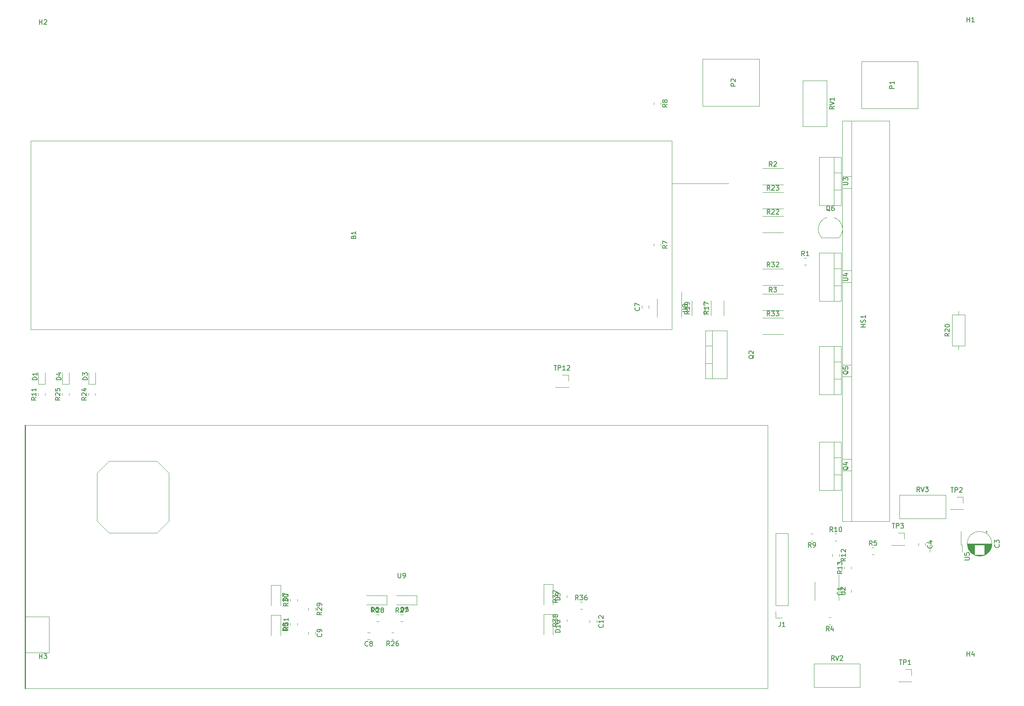
<source format=gbr>
%TF.GenerationSoftware,KiCad,Pcbnew,(5.1.12)-1*%
%TF.CreationDate,2021-11-16T18:17:40+08:00*%
%TF.ProjectId,CVModule,43564d6f-6475-46c6-952e-6b696361645f,rev?*%
%TF.SameCoordinates,Original*%
%TF.FileFunction,Legend,Top*%
%TF.FilePolarity,Positive*%
%FSLAX46Y46*%
G04 Gerber Fmt 4.6, Leading zero omitted, Abs format (unit mm)*
G04 Created by KiCad (PCBNEW (5.1.12)-1) date 2021-11-16 18:17:40*
%MOMM*%
%LPD*%
G01*
G04 APERTURE LIST*
%ADD10C,0.120000*%
%ADD11C,0.254000*%
%ADD12C,0.150000*%
G04 APERTURE END LIST*
D10*
%TO.C,U9*%
X59817001Y-137658501D02*
X62357001Y-140198501D01*
X59817001Y-135118501D02*
X59817001Y-137658501D01*
X59817001Y-127498501D02*
X59817001Y-135118501D01*
X62357001Y-124958501D02*
X59817001Y-127498501D01*
X72517001Y-124958501D02*
X62357001Y-124958501D01*
X72517001Y-140198501D02*
X62357001Y-140198501D01*
X75057001Y-137658501D02*
X72517001Y-140198501D01*
X75057001Y-127498501D02*
X75057001Y-137658501D01*
X72517001Y-124958501D02*
X75057001Y-127498501D01*
X49657001Y-157978501D02*
X49657001Y-160518501D01*
X44577001Y-157978501D02*
X49657001Y-157978501D01*
X44577001Y-165598501D02*
X44577001Y-157978501D01*
X49657001Y-165598501D02*
X44577001Y-165598501D01*
X49657001Y-160518501D02*
X49657001Y-165598501D01*
X202057001Y-117338501D02*
X202057001Y-173218501D01*
X202057001Y-173218501D02*
X44577001Y-173218501D01*
X44577001Y-117338501D02*
X202057001Y-117338501D01*
D11*
X44577001Y-173218501D02*
X44577001Y-117338501D01*
D10*
%TO.C,B1*%
X181792000Y-96962000D02*
X45792000Y-96962000D01*
X181792000Y-56962000D02*
X45792000Y-56962000D01*
X45792000Y-96962000D02*
X45792000Y-56962000D01*
X181792000Y-96962000D02*
X181792000Y-56962000D01*
X193792000Y-65962000D02*
X181792000Y-65962000D01*
%TO.C,HS1*%
X219901000Y-52750000D02*
X219901000Y-137750000D01*
X219901000Y-64500000D02*
X217901000Y-64500000D01*
X219901000Y-67000000D02*
X217901000Y-67000000D01*
X219901000Y-84500000D02*
X217901000Y-84500000D01*
X219901000Y-87000000D02*
X217901000Y-87000000D01*
X219901000Y-104500000D02*
X217901000Y-104500000D01*
X219901000Y-107000000D02*
X217901000Y-107000000D01*
X227885000Y-52750000D02*
X227885000Y-137750000D01*
X219901000Y-124500000D02*
X217901000Y-124500000D01*
X219901000Y-127000000D02*
X217901000Y-127000000D01*
X217885000Y-52750000D02*
X217885000Y-137750000D01*
X227885000Y-137750000D02*
X217885000Y-137750000D01*
X227885000Y-52750000D02*
X217885000Y-52750000D01*
%TO.C,Q5*%
X217646000Y-100544000D02*
X217646000Y-110784000D01*
X213005000Y-100544000D02*
X213005000Y-110784000D01*
X217646000Y-100544000D02*
X213005000Y-100544000D01*
X217646000Y-110784000D02*
X213005000Y-110784000D01*
X216136000Y-100544000D02*
X216136000Y-110784000D01*
X217646000Y-103814000D02*
X216136000Y-103814000D01*
X217646000Y-107515000D02*
X216136000Y-107515000D01*
%TO.C,TP12*%
X158496000Y-106620000D02*
X159826000Y-106620000D01*
X159826000Y-106620000D02*
X159826000Y-107950000D01*
X159826000Y-109160000D02*
X159826000Y-109280000D01*
X157166000Y-109160000D02*
X157166000Y-109280000D01*
X157166000Y-109280000D02*
X159826000Y-109280000D01*
%TO.C,R38*%
X158015000Y-158977064D02*
X158015000Y-158522936D01*
X159485000Y-158977064D02*
X159485000Y-158522936D01*
%TO.C,R37*%
X159485000Y-153897064D02*
X159485000Y-153442936D01*
X158015000Y-153897064D02*
X158015000Y-153442936D01*
%TO.C,R36*%
X162332936Y-156310000D02*
X162787064Y-156310000D01*
X162332936Y-154840000D02*
X162787064Y-154840000D01*
%TO.C,Q4*%
X217646000Y-127835000D02*
X216136000Y-127835000D01*
X217646000Y-124134000D02*
X216136000Y-124134000D01*
X216136000Y-120864000D02*
X216136000Y-131104000D01*
X217646000Y-131104000D02*
X213005000Y-131104000D01*
X217646000Y-120864000D02*
X213005000Y-120864000D01*
X213005000Y-120864000D02*
X213005000Y-131104000D01*
X217646000Y-120864000D02*
X217646000Y-131104000D01*
%TO.C,D10*%
X154575000Y-157470000D02*
X154575000Y-161770000D01*
X156575000Y-157470000D02*
X154575000Y-157470000D01*
X156575000Y-161770000D02*
X156575000Y-157470000D01*
%TO.C,D9*%
X154575000Y-151120000D02*
X154575000Y-155420000D01*
X156575000Y-151120000D02*
X154575000Y-151120000D01*
X156575000Y-155420000D02*
X156575000Y-151120000D01*
%TO.C,C12*%
X164365000Y-158721248D02*
X164365000Y-159243752D01*
X165835000Y-158721248D02*
X165835000Y-159243752D01*
%TO.C,C1*%
X219810000Y-152788252D02*
X219810000Y-152265748D01*
X218340000Y-152788252D02*
X218340000Y-152265748D01*
%TO.C,C3*%
X249635000Y-142474000D02*
G75*
G03*
X249635000Y-142474000I-2620000J0D01*
G01*
X249595000Y-142474000D02*
X244435000Y-142474000D01*
X249595000Y-142514000D02*
X244435000Y-142514000D01*
X249594000Y-142554000D02*
X244436000Y-142554000D01*
X249593000Y-142594000D02*
X244437000Y-142594000D01*
X249591000Y-142634000D02*
X244439000Y-142634000D01*
X249588000Y-142674000D02*
X244442000Y-142674000D01*
X249584000Y-142714000D02*
X248055000Y-142714000D01*
X245975000Y-142714000D02*
X244446000Y-142714000D01*
X249580000Y-142754000D02*
X248055000Y-142754000D01*
X245975000Y-142754000D02*
X244450000Y-142754000D01*
X249576000Y-142794000D02*
X248055000Y-142794000D01*
X245975000Y-142794000D02*
X244454000Y-142794000D01*
X249571000Y-142834000D02*
X248055000Y-142834000D01*
X245975000Y-142834000D02*
X244459000Y-142834000D01*
X249565000Y-142874000D02*
X248055000Y-142874000D01*
X245975000Y-142874000D02*
X244465000Y-142874000D01*
X249558000Y-142914000D02*
X248055000Y-142914000D01*
X245975000Y-142914000D02*
X244472000Y-142914000D01*
X249551000Y-142954000D02*
X248055000Y-142954000D01*
X245975000Y-142954000D02*
X244479000Y-142954000D01*
X249543000Y-142994000D02*
X248055000Y-142994000D01*
X245975000Y-142994000D02*
X244487000Y-142994000D01*
X249535000Y-143034000D02*
X248055000Y-143034000D01*
X245975000Y-143034000D02*
X244495000Y-143034000D01*
X249526000Y-143074000D02*
X248055000Y-143074000D01*
X245975000Y-143074000D02*
X244504000Y-143074000D01*
X249516000Y-143114000D02*
X248055000Y-143114000D01*
X245975000Y-143114000D02*
X244514000Y-143114000D01*
X249506000Y-143154000D02*
X248055000Y-143154000D01*
X245975000Y-143154000D02*
X244524000Y-143154000D01*
X249495000Y-143195000D02*
X248055000Y-143195000D01*
X245975000Y-143195000D02*
X244535000Y-143195000D01*
X249483000Y-143235000D02*
X248055000Y-143235000D01*
X245975000Y-143235000D02*
X244547000Y-143235000D01*
X249470000Y-143275000D02*
X248055000Y-143275000D01*
X245975000Y-143275000D02*
X244560000Y-143275000D01*
X249457000Y-143315000D02*
X248055000Y-143315000D01*
X245975000Y-143315000D02*
X244573000Y-143315000D01*
X249443000Y-143355000D02*
X248055000Y-143355000D01*
X245975000Y-143355000D02*
X244587000Y-143355000D01*
X249429000Y-143395000D02*
X248055000Y-143395000D01*
X245975000Y-143395000D02*
X244601000Y-143395000D01*
X249413000Y-143435000D02*
X248055000Y-143435000D01*
X245975000Y-143435000D02*
X244617000Y-143435000D01*
X249397000Y-143475000D02*
X248055000Y-143475000D01*
X245975000Y-143475000D02*
X244633000Y-143475000D01*
X249380000Y-143515000D02*
X248055000Y-143515000D01*
X245975000Y-143515000D02*
X244650000Y-143515000D01*
X249363000Y-143555000D02*
X248055000Y-143555000D01*
X245975000Y-143555000D02*
X244667000Y-143555000D01*
X249344000Y-143595000D02*
X248055000Y-143595000D01*
X245975000Y-143595000D02*
X244686000Y-143595000D01*
X249325000Y-143635000D02*
X248055000Y-143635000D01*
X245975000Y-143635000D02*
X244705000Y-143635000D01*
X249305000Y-143675000D02*
X248055000Y-143675000D01*
X245975000Y-143675000D02*
X244725000Y-143675000D01*
X249283000Y-143715000D02*
X248055000Y-143715000D01*
X245975000Y-143715000D02*
X244747000Y-143715000D01*
X249262000Y-143755000D02*
X248055000Y-143755000D01*
X245975000Y-143755000D02*
X244768000Y-143755000D01*
X249239000Y-143795000D02*
X248055000Y-143795000D01*
X245975000Y-143795000D02*
X244791000Y-143795000D01*
X249215000Y-143835000D02*
X248055000Y-143835000D01*
X245975000Y-143835000D02*
X244815000Y-143835000D01*
X249190000Y-143875000D02*
X248055000Y-143875000D01*
X245975000Y-143875000D02*
X244840000Y-143875000D01*
X249164000Y-143915000D02*
X248055000Y-143915000D01*
X245975000Y-143915000D02*
X244866000Y-143915000D01*
X249137000Y-143955000D02*
X248055000Y-143955000D01*
X245975000Y-143955000D02*
X244893000Y-143955000D01*
X249110000Y-143995000D02*
X248055000Y-143995000D01*
X245975000Y-143995000D02*
X244920000Y-143995000D01*
X249080000Y-144035000D02*
X248055000Y-144035000D01*
X245975000Y-144035000D02*
X244950000Y-144035000D01*
X249050000Y-144075000D02*
X248055000Y-144075000D01*
X245975000Y-144075000D02*
X244980000Y-144075000D01*
X249019000Y-144115000D02*
X248055000Y-144115000D01*
X245975000Y-144115000D02*
X245011000Y-144115000D01*
X248986000Y-144155000D02*
X248055000Y-144155000D01*
X245975000Y-144155000D02*
X245044000Y-144155000D01*
X248952000Y-144195000D02*
X248055000Y-144195000D01*
X245975000Y-144195000D02*
X245078000Y-144195000D01*
X248916000Y-144235000D02*
X248055000Y-144235000D01*
X245975000Y-144235000D02*
X245114000Y-144235000D01*
X248879000Y-144275000D02*
X248055000Y-144275000D01*
X245975000Y-144275000D02*
X245151000Y-144275000D01*
X248841000Y-144315000D02*
X248055000Y-144315000D01*
X245975000Y-144315000D02*
X245189000Y-144315000D01*
X248800000Y-144355000D02*
X248055000Y-144355000D01*
X245975000Y-144355000D02*
X245230000Y-144355000D01*
X248758000Y-144395000D02*
X248055000Y-144395000D01*
X245975000Y-144395000D02*
X245272000Y-144395000D01*
X248714000Y-144435000D02*
X248055000Y-144435000D01*
X245975000Y-144435000D02*
X245316000Y-144435000D01*
X248668000Y-144475000D02*
X248055000Y-144475000D01*
X245975000Y-144475000D02*
X245362000Y-144475000D01*
X248620000Y-144515000D02*
X248055000Y-144515000D01*
X245975000Y-144515000D02*
X245410000Y-144515000D01*
X248569000Y-144555000D02*
X248055000Y-144555000D01*
X245975000Y-144555000D02*
X245461000Y-144555000D01*
X248515000Y-144595000D02*
X248055000Y-144595000D01*
X245975000Y-144595000D02*
X245515000Y-144595000D01*
X248458000Y-144635000D02*
X248055000Y-144635000D01*
X245975000Y-144635000D02*
X245572000Y-144635000D01*
X248398000Y-144675000D02*
X248055000Y-144675000D01*
X245975000Y-144675000D02*
X245632000Y-144675000D01*
X248334000Y-144715000D02*
X248055000Y-144715000D01*
X245975000Y-144715000D02*
X245696000Y-144715000D01*
X248266000Y-144755000D02*
X248055000Y-144755000D01*
X245975000Y-144755000D02*
X245764000Y-144755000D01*
X248193000Y-144795000D02*
X245837000Y-144795000D01*
X248113000Y-144835000D02*
X245917000Y-144835000D01*
X248026000Y-144875000D02*
X246004000Y-144875000D01*
X247930000Y-144915000D02*
X246100000Y-144915000D01*
X247820000Y-144955000D02*
X246210000Y-144955000D01*
X247692000Y-144995000D02*
X246338000Y-144995000D01*
X247533000Y-145035000D02*
X246497000Y-145035000D01*
X247299000Y-145075000D02*
X246731000Y-145075000D01*
X248490000Y-139669225D02*
X248490000Y-140169225D01*
X248740000Y-139919225D02*
X248240000Y-139919225D01*
%TO.C,C4*%
X234088000Y-142359748D02*
X234088000Y-142882252D01*
X235558000Y-142359748D02*
X235558000Y-142882252D01*
%TO.C,C7*%
X175414000Y-92463252D02*
X175414000Y-91940748D01*
X176884000Y-92463252D02*
X176884000Y-91940748D01*
%TO.C,C8*%
X117736252Y-162787000D02*
X117213748Y-162787000D01*
X117736252Y-161317000D02*
X117213748Y-161317000D01*
%TO.C,C9*%
X106145000Y-161155748D02*
X106145000Y-161678252D01*
X104675000Y-161155748D02*
X104675000Y-161678252D01*
%TO.C,D1*%
X47398000Y-106134000D02*
X47398000Y-108594000D01*
X47398000Y-108594000D02*
X48868000Y-108594000D01*
X48868000Y-108594000D02*
X48868000Y-106134000D01*
%TO.C,D3*%
X58066000Y-106134000D02*
X58066000Y-108594000D01*
X58066000Y-108594000D02*
X59536000Y-108594000D01*
X59536000Y-108594000D02*
X59536000Y-106134000D01*
%TO.C,D4*%
X53948000Y-108594000D02*
X53948000Y-106134000D01*
X52478000Y-108594000D02*
X53948000Y-108594000D01*
X52478000Y-106134000D02*
X52478000Y-108594000D01*
%TO.C,D5*%
X127645000Y-153432000D02*
X123345000Y-153432000D01*
X127645000Y-155432000D02*
X127645000Y-153432000D01*
X123345000Y-155432000D02*
X127645000Y-155432000D01*
%TO.C,D6*%
X116995000Y-155432000D02*
X121295000Y-155432000D01*
X121295000Y-155432000D02*
X121295000Y-153432000D01*
X121295000Y-153432000D02*
X116995000Y-153432000D01*
%TO.C,D7*%
X96790000Y-151247000D02*
X96790000Y-155547000D01*
X98790000Y-151247000D02*
X96790000Y-151247000D01*
X98790000Y-155547000D02*
X98790000Y-151247000D01*
%TO.C,D8*%
X98790000Y-161897000D02*
X98790000Y-157597000D01*
X98790000Y-157597000D02*
X96790000Y-157597000D01*
X96790000Y-157597000D02*
X96790000Y-161897000D01*
%TO.C,J1*%
X206435000Y-155575000D02*
X203775000Y-155575000D01*
X206435000Y-155575000D02*
X206435000Y-140275000D01*
X206435000Y-140275000D02*
X203775000Y-140275000D01*
X203775000Y-155575000D02*
X203775000Y-140275000D01*
X203775000Y-158175000D02*
X203775000Y-156845000D01*
X205105000Y-158175000D02*
X203775000Y-158175000D01*
%TO.C,P1*%
X233965000Y-50085000D02*
X233965000Y-40085000D01*
X221965000Y-50085000D02*
X221965000Y-40085000D01*
X221965000Y-40085000D02*
X233965000Y-40085000D01*
X221965000Y-50085000D02*
X233965000Y-50085000D01*
%TO.C,P2*%
X188310000Y-49577000D02*
X200310000Y-49577000D01*
X188310000Y-39577000D02*
X200310000Y-39577000D01*
X188310000Y-49577000D02*
X188310000Y-39577000D01*
X200310000Y-49577000D02*
X200310000Y-39577000D01*
%TO.C,Q2*%
X188850000Y-107442000D02*
X188850000Y-97202000D01*
X193491000Y-107442000D02*
X193491000Y-97202000D01*
X188850000Y-100471000D02*
X190360000Y-100471000D01*
X190360000Y-107442000D02*
X190360000Y-97202000D01*
X188850000Y-97202000D02*
X193491000Y-97202000D01*
X188850000Y-107442000D02*
X193491000Y-107442000D01*
X188850000Y-104172000D02*
X190360000Y-104172000D01*
%TO.C,Q6*%
X213592000Y-77542000D02*
X217192000Y-77542000D01*
X213580125Y-77533741D02*
G75*
G02*
X214572000Y-73242000I1811875J1841741D01*
G01*
X217200445Y-77519684D02*
G75*
G03*
X216172000Y-73242000I-1808445J1827684D01*
G01*
%TO.C,R1*%
X209830936Y-83285000D02*
X210285064Y-83285000D01*
X209830936Y-81815000D02*
X210285064Y-81815000D01*
%TO.C,R2*%
X201022936Y-66226000D02*
X205377064Y-66226000D01*
X201022936Y-62806000D02*
X205377064Y-62806000D01*
%TO.C,R3*%
X201022936Y-89476000D02*
X205377064Y-89476000D01*
X201022936Y-92896000D02*
X205377064Y-92896000D01*
%TO.C,R4*%
X215492064Y-159612000D02*
X215037936Y-159612000D01*
X215492064Y-158142000D02*
X215037936Y-158142000D01*
%TO.C,R5*%
X224181936Y-143283000D02*
X224636064Y-143283000D01*
X224181936Y-144753000D02*
X224636064Y-144753000D01*
%TO.C,R7*%
X179424000Y-78766936D02*
X179424000Y-79221064D01*
X177954000Y-78766936D02*
X177954000Y-79221064D01*
%TO.C,R8*%
X177954000Y-48794936D02*
X177954000Y-49249064D01*
X179424000Y-48794936D02*
X179424000Y-49249064D01*
%TO.C,R9*%
X211682064Y-140362000D02*
X211227936Y-140362000D01*
X211682064Y-141832000D02*
X211227936Y-141832000D01*
%TO.C,R10*%
X216307936Y-140362000D02*
X216762064Y-140362000D01*
X216307936Y-141832000D02*
X216762064Y-141832000D01*
%TO.C,R11*%
X48868000Y-110971064D02*
X48868000Y-110516936D01*
X47398000Y-110971064D02*
X47398000Y-110516936D01*
%TO.C,R12*%
X215800000Y-144679936D02*
X215800000Y-145134064D01*
X217270000Y-144679936D02*
X217270000Y-145134064D01*
%TO.C,R13*%
X219810000Y-147817064D02*
X219810000Y-147362936D01*
X218340000Y-147817064D02*
X218340000Y-147362936D01*
%TO.C,R17*%
X190029000Y-93983064D02*
X190029000Y-90928936D01*
X192749000Y-93983064D02*
X192749000Y-90928936D01*
%TO.C,R19*%
X188685000Y-93983064D02*
X188685000Y-90928936D01*
X185965000Y-93983064D02*
X185965000Y-90928936D01*
%TO.C,R20*%
X241200000Y-100425000D02*
X243940000Y-100425000D01*
X243940000Y-100425000D02*
X243940000Y-93885000D01*
X243940000Y-93885000D02*
X241200000Y-93885000D01*
X241200000Y-93885000D02*
X241200000Y-100425000D01*
X242570000Y-101195000D02*
X242570000Y-100425000D01*
X242570000Y-93115000D02*
X242570000Y-93885000D01*
%TO.C,R22*%
X201022936Y-76386000D02*
X205377064Y-76386000D01*
X201022936Y-72966000D02*
X205377064Y-72966000D01*
%TO.C,R23*%
X201022936Y-67886000D02*
X205377064Y-67886000D01*
X201022936Y-71306000D02*
X205377064Y-71306000D01*
%TO.C,R24*%
X59536000Y-110971064D02*
X59536000Y-110516936D01*
X58066000Y-110971064D02*
X58066000Y-110516936D01*
%TO.C,R25*%
X52478000Y-110971064D02*
X52478000Y-110516936D01*
X53948000Y-110971064D02*
X53948000Y-110516936D01*
%TO.C,R26*%
X122782064Y-162787000D02*
X122327936Y-162787000D01*
X122782064Y-161317000D02*
X122327936Y-161317000D01*
%TO.C,R27*%
X124232936Y-157507000D02*
X124687064Y-157507000D01*
X124232936Y-158977000D02*
X124687064Y-158977000D01*
%TO.C,R28*%
X119152936Y-158977000D02*
X119607064Y-158977000D01*
X119152936Y-157507000D02*
X119607064Y-157507000D01*
%TO.C,R29*%
X104675000Y-156109936D02*
X104675000Y-156564064D01*
X106145000Y-156109936D02*
X106145000Y-156564064D01*
%TO.C,R30*%
X100865000Y-154659064D02*
X100865000Y-154204936D01*
X102335000Y-154659064D02*
X102335000Y-154204936D01*
%TO.C,R31*%
X100865000Y-159739064D02*
X100865000Y-159284936D01*
X102335000Y-159739064D02*
X102335000Y-159284936D01*
%TO.C,R32*%
X201022936Y-84142000D02*
X205377064Y-84142000D01*
X201022936Y-87562000D02*
X205377064Y-87562000D01*
%TO.C,R33*%
X201022936Y-97976000D02*
X205377064Y-97976000D01*
X201022936Y-94556000D02*
X205377064Y-94556000D01*
%TO.C,RV1*%
X214620000Y-44137000D02*
X214620000Y-53907000D01*
X209550000Y-44137000D02*
X209550000Y-53907000D01*
X214620000Y-44137000D02*
X209550000Y-44137000D01*
X214620000Y-53907000D02*
X209550000Y-53907000D01*
%TO.C,RV2*%
X221674000Y-167904000D02*
X221674000Y-172974000D01*
X211904000Y-167904000D02*
X211904000Y-172974000D01*
X211904000Y-172974000D02*
X221674000Y-172974000D01*
X211904000Y-167904000D02*
X221674000Y-167904000D01*
%TO.C,RV3*%
X230065000Y-132090000D02*
X239835000Y-132090000D01*
X230065000Y-137160000D02*
X239835000Y-137160000D01*
X230065000Y-132090000D02*
X230065000Y-137160000D01*
X239835000Y-132090000D02*
X239835000Y-137160000D01*
%TO.C,TP1*%
X231267000Y-169104000D02*
X232597000Y-169104000D01*
X232597000Y-169104000D02*
X232597000Y-170434000D01*
X232597000Y-171644000D02*
X232597000Y-171764000D01*
X229937000Y-171644000D02*
X229937000Y-171764000D01*
X229937000Y-171764000D02*
X232597000Y-171764000D01*
%TO.C,TP2*%
X240859000Y-135188000D02*
X243519000Y-135188000D01*
X240859000Y-135068000D02*
X240859000Y-135188000D01*
X243519000Y-135068000D02*
X243519000Y-135188000D01*
X243519000Y-132528000D02*
X243519000Y-133858000D01*
X242189000Y-132528000D02*
X243519000Y-132528000D01*
%TO.C,TP3*%
X228413000Y-142808000D02*
X231073000Y-142808000D01*
X228413000Y-142688000D02*
X228413000Y-142808000D01*
X231073000Y-142688000D02*
X231073000Y-142808000D01*
X231073000Y-140148000D02*
X231073000Y-141478000D01*
X229743000Y-140148000D02*
X231073000Y-140148000D01*
%TO.C,U2*%
X212070000Y-152527000D02*
X212070000Y-154477000D01*
X212070000Y-152527000D02*
X212070000Y-150577000D01*
X217190000Y-152527000D02*
X217190000Y-154477000D01*
X217190000Y-152527000D02*
X217190000Y-149077000D01*
%TO.C,U3*%
X217646000Y-67383000D02*
X216136000Y-67383000D01*
X217646000Y-63682000D02*
X216136000Y-63682000D01*
X216136000Y-60412000D02*
X216136000Y-70652000D01*
X217646000Y-70652000D02*
X213005000Y-70652000D01*
X217646000Y-60412000D02*
X213005000Y-60412000D01*
X213005000Y-60412000D02*
X213005000Y-70652000D01*
X217646000Y-60412000D02*
X217646000Y-70652000D01*
%TO.C,U4*%
X217646000Y-80732000D02*
X217646000Y-90972000D01*
X213005000Y-80732000D02*
X213005000Y-90972000D01*
X217646000Y-80732000D02*
X213005000Y-80732000D01*
X217646000Y-90972000D02*
X213005000Y-90972000D01*
X216136000Y-80732000D02*
X216136000Y-90972000D01*
X217646000Y-84002000D02*
X216136000Y-84002000D01*
X217646000Y-87703000D02*
X216136000Y-87703000D01*
%TO.C,U5*%
X243353000Y-144191000D02*
X243353000Y-142691000D01*
X243353000Y-142691000D02*
X243083000Y-142691000D01*
X243083000Y-142691000D02*
X243083000Y-139861000D01*
X236453000Y-144191000D02*
X236453000Y-142691000D01*
X236453000Y-142691000D02*
X236723000Y-142691000D01*
X236723000Y-142691000D02*
X236723000Y-141591000D01*
%TO.C,U8*%
X178669000Y-92456000D02*
X178669000Y-94406000D01*
X178669000Y-92456000D02*
X178669000Y-90506000D01*
X183789000Y-92456000D02*
X183789000Y-94406000D01*
X183789000Y-92456000D02*
X183789000Y-89006000D01*
%TO.C,U9*%
D12*
X123715096Y-148730881D02*
X123715096Y-149540405D01*
X123762715Y-149635643D01*
X123810334Y-149683262D01*
X123905572Y-149730881D01*
X124096048Y-149730881D01*
X124191286Y-149683262D01*
X124238905Y-149635643D01*
X124286524Y-149540405D01*
X124286524Y-148730881D01*
X124810334Y-149730881D02*
X125000810Y-149730881D01*
X125096048Y-149683262D01*
X125143667Y-149635643D01*
X125238905Y-149492786D01*
X125286524Y-149302310D01*
X125286524Y-148921358D01*
X125238905Y-148826120D01*
X125191286Y-148778501D01*
X125096048Y-148730881D01*
X124905572Y-148730881D01*
X124810334Y-148778501D01*
X124762715Y-148826120D01*
X124715096Y-148921358D01*
X124715096Y-149159453D01*
X124762715Y-149254691D01*
X124810334Y-149302310D01*
X124905572Y-149349929D01*
X125096048Y-149349929D01*
X125191286Y-149302310D01*
X125238905Y-149254691D01*
X125286524Y-149159453D01*
%TO.C,B1*%
X114220571Y-77366761D02*
X114268190Y-77223904D01*
X114315809Y-77176285D01*
X114411047Y-77128666D01*
X114553904Y-77128666D01*
X114649142Y-77176285D01*
X114696761Y-77223904D01*
X114744380Y-77319142D01*
X114744380Y-77700095D01*
X113744380Y-77700095D01*
X113744380Y-77366761D01*
X113792000Y-77271523D01*
X113839619Y-77223904D01*
X113934857Y-77176285D01*
X114030095Y-77176285D01*
X114125333Y-77223904D01*
X114172952Y-77271523D01*
X114220571Y-77366761D01*
X114220571Y-77700095D01*
X114744380Y-76176285D02*
X114744380Y-76747714D01*
X114744380Y-76462000D02*
X113744380Y-76462000D01*
X113887238Y-76557238D01*
X113982476Y-76652476D01*
X114030095Y-76747714D01*
%TO.C,HS1*%
X222837380Y-96488095D02*
X221837380Y-96488095D01*
X222313571Y-96488095D02*
X222313571Y-95916666D01*
X222837380Y-95916666D02*
X221837380Y-95916666D01*
X222789761Y-95488095D02*
X222837380Y-95345238D01*
X222837380Y-95107142D01*
X222789761Y-95011904D01*
X222742142Y-94964285D01*
X222646904Y-94916666D01*
X222551666Y-94916666D01*
X222456428Y-94964285D01*
X222408809Y-95011904D01*
X222361190Y-95107142D01*
X222313571Y-95297619D01*
X222265952Y-95392857D01*
X222218333Y-95440476D01*
X222123095Y-95488095D01*
X222027857Y-95488095D01*
X221932619Y-95440476D01*
X221885000Y-95392857D01*
X221837380Y-95297619D01*
X221837380Y-95059523D01*
X221885000Y-94916666D01*
X222837380Y-93964285D02*
X222837380Y-94535714D01*
X222837380Y-94250000D02*
X221837380Y-94250000D01*
X221980238Y-94345238D01*
X222075476Y-94440476D01*
X222123095Y-94535714D01*
%TO.C,Q5*%
X219193619Y-105759238D02*
X219146000Y-105854476D01*
X219050761Y-105949714D01*
X218907904Y-106092571D01*
X218860285Y-106187809D01*
X218860285Y-106283047D01*
X219098380Y-106235428D02*
X219050761Y-106330666D01*
X218955523Y-106425904D01*
X218765047Y-106473523D01*
X218431714Y-106473523D01*
X218241238Y-106425904D01*
X218146000Y-106330666D01*
X218098380Y-106235428D01*
X218098380Y-106044952D01*
X218146000Y-105949714D01*
X218241238Y-105854476D01*
X218431714Y-105806857D01*
X218765047Y-105806857D01*
X218955523Y-105854476D01*
X219050761Y-105949714D01*
X219098380Y-106044952D01*
X219098380Y-106235428D01*
X218098380Y-104902095D02*
X218098380Y-105378285D01*
X218574571Y-105425904D01*
X218526952Y-105378285D01*
X218479333Y-105283047D01*
X218479333Y-105044952D01*
X218526952Y-104949714D01*
X218574571Y-104902095D01*
X218669809Y-104854476D01*
X218907904Y-104854476D01*
X219003142Y-104902095D01*
X219050761Y-104949714D01*
X219098380Y-105044952D01*
X219098380Y-105283047D01*
X219050761Y-105378285D01*
X219003142Y-105425904D01*
%TO.C,TP12*%
X156757904Y-104632380D02*
X157329333Y-104632380D01*
X157043619Y-105632380D02*
X157043619Y-104632380D01*
X157662666Y-105632380D02*
X157662666Y-104632380D01*
X158043619Y-104632380D01*
X158138857Y-104680000D01*
X158186476Y-104727619D01*
X158234095Y-104822857D01*
X158234095Y-104965714D01*
X158186476Y-105060952D01*
X158138857Y-105108571D01*
X158043619Y-105156190D01*
X157662666Y-105156190D01*
X159186476Y-105632380D02*
X158615047Y-105632380D01*
X158900761Y-105632380D02*
X158900761Y-104632380D01*
X158805523Y-104775238D01*
X158710285Y-104870476D01*
X158615047Y-104918095D01*
X159567428Y-104727619D02*
X159615047Y-104680000D01*
X159710285Y-104632380D01*
X159948380Y-104632380D01*
X160043619Y-104680000D01*
X160091238Y-104727619D01*
X160138857Y-104822857D01*
X160138857Y-104918095D01*
X160091238Y-105060952D01*
X159519809Y-105632380D01*
X160138857Y-105632380D01*
%TO.C,R38*%
X157552380Y-159392857D02*
X157076190Y-159726190D01*
X157552380Y-159964285D02*
X156552380Y-159964285D01*
X156552380Y-159583333D01*
X156600000Y-159488095D01*
X156647619Y-159440476D01*
X156742857Y-159392857D01*
X156885714Y-159392857D01*
X156980952Y-159440476D01*
X157028571Y-159488095D01*
X157076190Y-159583333D01*
X157076190Y-159964285D01*
X156552380Y-159059523D02*
X156552380Y-158440476D01*
X156933333Y-158773809D01*
X156933333Y-158630952D01*
X156980952Y-158535714D01*
X157028571Y-158488095D01*
X157123809Y-158440476D01*
X157361904Y-158440476D01*
X157457142Y-158488095D01*
X157504761Y-158535714D01*
X157552380Y-158630952D01*
X157552380Y-158916666D01*
X157504761Y-159011904D01*
X157457142Y-159059523D01*
X156980952Y-157869047D02*
X156933333Y-157964285D01*
X156885714Y-158011904D01*
X156790476Y-158059523D01*
X156742857Y-158059523D01*
X156647619Y-158011904D01*
X156600000Y-157964285D01*
X156552380Y-157869047D01*
X156552380Y-157678571D01*
X156600000Y-157583333D01*
X156647619Y-157535714D01*
X156742857Y-157488095D01*
X156790476Y-157488095D01*
X156885714Y-157535714D01*
X156933333Y-157583333D01*
X156980952Y-157678571D01*
X156980952Y-157869047D01*
X157028571Y-157964285D01*
X157076190Y-158011904D01*
X157171428Y-158059523D01*
X157361904Y-158059523D01*
X157457142Y-158011904D01*
X157504761Y-157964285D01*
X157552380Y-157869047D01*
X157552380Y-157678571D01*
X157504761Y-157583333D01*
X157457142Y-157535714D01*
X157361904Y-157488095D01*
X157171428Y-157488095D01*
X157076190Y-157535714D01*
X157028571Y-157583333D01*
X156980952Y-157678571D01*
%TO.C,R37*%
X157552380Y-154312857D02*
X157076190Y-154646190D01*
X157552380Y-154884285D02*
X156552380Y-154884285D01*
X156552380Y-154503333D01*
X156600000Y-154408095D01*
X156647619Y-154360476D01*
X156742857Y-154312857D01*
X156885714Y-154312857D01*
X156980952Y-154360476D01*
X157028571Y-154408095D01*
X157076190Y-154503333D01*
X157076190Y-154884285D01*
X156552380Y-153979523D02*
X156552380Y-153360476D01*
X156933333Y-153693809D01*
X156933333Y-153550952D01*
X156980952Y-153455714D01*
X157028571Y-153408095D01*
X157123809Y-153360476D01*
X157361904Y-153360476D01*
X157457142Y-153408095D01*
X157504761Y-153455714D01*
X157552380Y-153550952D01*
X157552380Y-153836666D01*
X157504761Y-153931904D01*
X157457142Y-153979523D01*
X156552380Y-153027142D02*
X156552380Y-152360476D01*
X157552380Y-152789047D01*
%TO.C,R36*%
X161917142Y-154377380D02*
X161583809Y-153901190D01*
X161345714Y-154377380D02*
X161345714Y-153377380D01*
X161726666Y-153377380D01*
X161821904Y-153425000D01*
X161869523Y-153472619D01*
X161917142Y-153567857D01*
X161917142Y-153710714D01*
X161869523Y-153805952D01*
X161821904Y-153853571D01*
X161726666Y-153901190D01*
X161345714Y-153901190D01*
X162250476Y-153377380D02*
X162869523Y-153377380D01*
X162536190Y-153758333D01*
X162679047Y-153758333D01*
X162774285Y-153805952D01*
X162821904Y-153853571D01*
X162869523Y-153948809D01*
X162869523Y-154186904D01*
X162821904Y-154282142D01*
X162774285Y-154329761D01*
X162679047Y-154377380D01*
X162393333Y-154377380D01*
X162298095Y-154329761D01*
X162250476Y-154282142D01*
X163726666Y-153377380D02*
X163536190Y-153377380D01*
X163440952Y-153425000D01*
X163393333Y-153472619D01*
X163298095Y-153615476D01*
X163250476Y-153805952D01*
X163250476Y-154186904D01*
X163298095Y-154282142D01*
X163345714Y-154329761D01*
X163440952Y-154377380D01*
X163631428Y-154377380D01*
X163726666Y-154329761D01*
X163774285Y-154282142D01*
X163821904Y-154186904D01*
X163821904Y-153948809D01*
X163774285Y-153853571D01*
X163726666Y-153805952D01*
X163631428Y-153758333D01*
X163440952Y-153758333D01*
X163345714Y-153805952D01*
X163298095Y-153853571D01*
X163250476Y-153948809D01*
%TO.C,Q4*%
X219193619Y-126079238D02*
X219146000Y-126174476D01*
X219050761Y-126269714D01*
X218907904Y-126412571D01*
X218860285Y-126507809D01*
X218860285Y-126603047D01*
X219098380Y-126555428D02*
X219050761Y-126650666D01*
X218955523Y-126745904D01*
X218765047Y-126793523D01*
X218431714Y-126793523D01*
X218241238Y-126745904D01*
X218146000Y-126650666D01*
X218098380Y-126555428D01*
X218098380Y-126364952D01*
X218146000Y-126269714D01*
X218241238Y-126174476D01*
X218431714Y-126126857D01*
X218765047Y-126126857D01*
X218955523Y-126174476D01*
X219050761Y-126269714D01*
X219098380Y-126364952D01*
X219098380Y-126555428D01*
X218431714Y-125269714D02*
X219098380Y-125269714D01*
X218050761Y-125507809D02*
X218765047Y-125745904D01*
X218765047Y-125126857D01*
%TO.C,D10*%
X158027380Y-161234285D02*
X157027380Y-161234285D01*
X157027380Y-160996190D01*
X157075000Y-160853333D01*
X157170238Y-160758095D01*
X157265476Y-160710476D01*
X157455952Y-160662857D01*
X157598809Y-160662857D01*
X157789285Y-160710476D01*
X157884523Y-160758095D01*
X157979761Y-160853333D01*
X158027380Y-160996190D01*
X158027380Y-161234285D01*
X158027380Y-159710476D02*
X158027380Y-160281904D01*
X158027380Y-159996190D02*
X157027380Y-159996190D01*
X157170238Y-160091428D01*
X157265476Y-160186666D01*
X157313095Y-160281904D01*
X157027380Y-159091428D02*
X157027380Y-158996190D01*
X157075000Y-158900952D01*
X157122619Y-158853333D01*
X157217857Y-158805714D01*
X157408333Y-158758095D01*
X157646428Y-158758095D01*
X157836904Y-158805714D01*
X157932142Y-158853333D01*
X157979761Y-158900952D01*
X158027380Y-158996190D01*
X158027380Y-159091428D01*
X157979761Y-159186666D01*
X157932142Y-159234285D01*
X157836904Y-159281904D01*
X157646428Y-159329523D01*
X157408333Y-159329523D01*
X157217857Y-159281904D01*
X157122619Y-159234285D01*
X157075000Y-159186666D01*
X157027380Y-159091428D01*
%TO.C,D9*%
X158027380Y-154408095D02*
X157027380Y-154408095D01*
X157027380Y-154170000D01*
X157075000Y-154027142D01*
X157170238Y-153931904D01*
X157265476Y-153884285D01*
X157455952Y-153836666D01*
X157598809Y-153836666D01*
X157789285Y-153884285D01*
X157884523Y-153931904D01*
X157979761Y-154027142D01*
X158027380Y-154170000D01*
X158027380Y-154408095D01*
X158027380Y-153360476D02*
X158027380Y-153170000D01*
X157979761Y-153074761D01*
X157932142Y-153027142D01*
X157789285Y-152931904D01*
X157598809Y-152884285D01*
X157217857Y-152884285D01*
X157122619Y-152931904D01*
X157075000Y-152979523D01*
X157027380Y-153074761D01*
X157027380Y-153265238D01*
X157075000Y-153360476D01*
X157122619Y-153408095D01*
X157217857Y-153455714D01*
X157455952Y-153455714D01*
X157551190Y-153408095D01*
X157598809Y-153360476D01*
X157646428Y-153265238D01*
X157646428Y-153074761D01*
X157598809Y-152979523D01*
X157551190Y-152931904D01*
X157455952Y-152884285D01*
%TO.C,C12*%
X167137142Y-159625357D02*
X167184761Y-159672976D01*
X167232380Y-159815833D01*
X167232380Y-159911071D01*
X167184761Y-160053928D01*
X167089523Y-160149166D01*
X166994285Y-160196785D01*
X166803809Y-160244404D01*
X166660952Y-160244404D01*
X166470476Y-160196785D01*
X166375238Y-160149166D01*
X166280000Y-160053928D01*
X166232380Y-159911071D01*
X166232380Y-159815833D01*
X166280000Y-159672976D01*
X166327619Y-159625357D01*
X167232380Y-158672976D02*
X167232380Y-159244404D01*
X167232380Y-158958690D02*
X166232380Y-158958690D01*
X166375238Y-159053928D01*
X166470476Y-159149166D01*
X166518095Y-159244404D01*
X166327619Y-158292023D02*
X166280000Y-158244404D01*
X166232380Y-158149166D01*
X166232380Y-157911071D01*
X166280000Y-157815833D01*
X166327619Y-157768214D01*
X166422857Y-157720595D01*
X166518095Y-157720595D01*
X166660952Y-157768214D01*
X167232380Y-158339642D01*
X167232380Y-157720595D01*
%TO.C,C1*%
X217752142Y-152693666D02*
X217799761Y-152741285D01*
X217847380Y-152884142D01*
X217847380Y-152979380D01*
X217799761Y-153122238D01*
X217704523Y-153217476D01*
X217609285Y-153265095D01*
X217418809Y-153312714D01*
X217275952Y-153312714D01*
X217085476Y-153265095D01*
X216990238Y-153217476D01*
X216895000Y-153122238D01*
X216847380Y-152979380D01*
X216847380Y-152884142D01*
X216895000Y-152741285D01*
X216942619Y-152693666D01*
X217847380Y-151741285D02*
X217847380Y-152312714D01*
X217847380Y-152027000D02*
X216847380Y-152027000D01*
X216990238Y-152122238D01*
X217085476Y-152217476D01*
X217133095Y-152312714D01*
%TO.C,C3*%
X251122142Y-142640666D02*
X251169761Y-142688285D01*
X251217380Y-142831142D01*
X251217380Y-142926380D01*
X251169761Y-143069238D01*
X251074523Y-143164476D01*
X250979285Y-143212095D01*
X250788809Y-143259714D01*
X250645952Y-143259714D01*
X250455476Y-143212095D01*
X250360238Y-143164476D01*
X250265000Y-143069238D01*
X250217380Y-142926380D01*
X250217380Y-142831142D01*
X250265000Y-142688285D01*
X250312619Y-142640666D01*
X250217380Y-142307333D02*
X250217380Y-141688285D01*
X250598333Y-142021619D01*
X250598333Y-141878761D01*
X250645952Y-141783523D01*
X250693571Y-141735904D01*
X250788809Y-141688285D01*
X251026904Y-141688285D01*
X251122142Y-141735904D01*
X251169761Y-141783523D01*
X251217380Y-141878761D01*
X251217380Y-142164476D01*
X251169761Y-142259714D01*
X251122142Y-142307333D01*
%TO.C,C4*%
X236860142Y-142787666D02*
X236907761Y-142835285D01*
X236955380Y-142978142D01*
X236955380Y-143073380D01*
X236907761Y-143216238D01*
X236812523Y-143311476D01*
X236717285Y-143359095D01*
X236526809Y-143406714D01*
X236383952Y-143406714D01*
X236193476Y-143359095D01*
X236098238Y-143311476D01*
X236003000Y-143216238D01*
X235955380Y-143073380D01*
X235955380Y-142978142D01*
X236003000Y-142835285D01*
X236050619Y-142787666D01*
X236288714Y-141930523D02*
X236955380Y-141930523D01*
X235907761Y-142168619D02*
X236622047Y-142406714D01*
X236622047Y-141787666D01*
%TO.C,C7*%
X174826142Y-92368666D02*
X174873761Y-92416285D01*
X174921380Y-92559142D01*
X174921380Y-92654380D01*
X174873761Y-92797238D01*
X174778523Y-92892476D01*
X174683285Y-92940095D01*
X174492809Y-92987714D01*
X174349952Y-92987714D01*
X174159476Y-92940095D01*
X174064238Y-92892476D01*
X173969000Y-92797238D01*
X173921380Y-92654380D01*
X173921380Y-92559142D01*
X173969000Y-92416285D01*
X174016619Y-92368666D01*
X173921380Y-92035333D02*
X173921380Y-91368666D01*
X174921380Y-91797238D01*
%TO.C,C8*%
X117308333Y-164089142D02*
X117260714Y-164136761D01*
X117117857Y-164184380D01*
X117022619Y-164184380D01*
X116879761Y-164136761D01*
X116784523Y-164041523D01*
X116736904Y-163946285D01*
X116689285Y-163755809D01*
X116689285Y-163612952D01*
X116736904Y-163422476D01*
X116784523Y-163327238D01*
X116879761Y-163232000D01*
X117022619Y-163184380D01*
X117117857Y-163184380D01*
X117260714Y-163232000D01*
X117308333Y-163279619D01*
X117879761Y-163612952D02*
X117784523Y-163565333D01*
X117736904Y-163517714D01*
X117689285Y-163422476D01*
X117689285Y-163374857D01*
X117736904Y-163279619D01*
X117784523Y-163232000D01*
X117879761Y-163184380D01*
X118070238Y-163184380D01*
X118165476Y-163232000D01*
X118213095Y-163279619D01*
X118260714Y-163374857D01*
X118260714Y-163422476D01*
X118213095Y-163517714D01*
X118165476Y-163565333D01*
X118070238Y-163612952D01*
X117879761Y-163612952D01*
X117784523Y-163660571D01*
X117736904Y-163708190D01*
X117689285Y-163803428D01*
X117689285Y-163993904D01*
X117736904Y-164089142D01*
X117784523Y-164136761D01*
X117879761Y-164184380D01*
X118070238Y-164184380D01*
X118165476Y-164136761D01*
X118213095Y-164089142D01*
X118260714Y-163993904D01*
X118260714Y-163803428D01*
X118213095Y-163708190D01*
X118165476Y-163660571D01*
X118070238Y-163612952D01*
%TO.C,C9*%
X107447142Y-161583666D02*
X107494761Y-161631285D01*
X107542380Y-161774142D01*
X107542380Y-161869380D01*
X107494761Y-162012238D01*
X107399523Y-162107476D01*
X107304285Y-162155095D01*
X107113809Y-162202714D01*
X106970952Y-162202714D01*
X106780476Y-162155095D01*
X106685238Y-162107476D01*
X106590000Y-162012238D01*
X106542380Y-161869380D01*
X106542380Y-161774142D01*
X106590000Y-161631285D01*
X106637619Y-161583666D01*
X107542380Y-161107476D02*
X107542380Y-160917000D01*
X107494761Y-160821761D01*
X107447142Y-160774142D01*
X107304285Y-160678904D01*
X107113809Y-160631285D01*
X106732857Y-160631285D01*
X106637619Y-160678904D01*
X106590000Y-160726523D01*
X106542380Y-160821761D01*
X106542380Y-161012238D01*
X106590000Y-161107476D01*
X106637619Y-161155095D01*
X106732857Y-161202714D01*
X106970952Y-161202714D01*
X107066190Y-161155095D01*
X107113809Y-161107476D01*
X107161428Y-161012238D01*
X107161428Y-160821761D01*
X107113809Y-160726523D01*
X107066190Y-160678904D01*
X106970952Y-160631285D01*
%TO.C,D1*%
X47155380Y-107672095D02*
X46155380Y-107672095D01*
X46155380Y-107434000D01*
X46203000Y-107291142D01*
X46298238Y-107195904D01*
X46393476Y-107148285D01*
X46583952Y-107100666D01*
X46726809Y-107100666D01*
X46917285Y-107148285D01*
X47012523Y-107195904D01*
X47107761Y-107291142D01*
X47155380Y-107434000D01*
X47155380Y-107672095D01*
X47155380Y-106148285D02*
X47155380Y-106719714D01*
X47155380Y-106434000D02*
X46155380Y-106434000D01*
X46298238Y-106529238D01*
X46393476Y-106624476D01*
X46441095Y-106719714D01*
%TO.C,D3*%
X57823380Y-107672095D02*
X56823380Y-107672095D01*
X56823380Y-107434000D01*
X56871000Y-107291142D01*
X56966238Y-107195904D01*
X57061476Y-107148285D01*
X57251952Y-107100666D01*
X57394809Y-107100666D01*
X57585285Y-107148285D01*
X57680523Y-107195904D01*
X57775761Y-107291142D01*
X57823380Y-107434000D01*
X57823380Y-107672095D01*
X56823380Y-106767333D02*
X56823380Y-106148285D01*
X57204333Y-106481619D01*
X57204333Y-106338761D01*
X57251952Y-106243523D01*
X57299571Y-106195904D01*
X57394809Y-106148285D01*
X57632904Y-106148285D01*
X57728142Y-106195904D01*
X57775761Y-106243523D01*
X57823380Y-106338761D01*
X57823380Y-106624476D01*
X57775761Y-106719714D01*
X57728142Y-106767333D01*
%TO.C,D4*%
X52235380Y-107672095D02*
X51235380Y-107672095D01*
X51235380Y-107434000D01*
X51283000Y-107291142D01*
X51378238Y-107195904D01*
X51473476Y-107148285D01*
X51663952Y-107100666D01*
X51806809Y-107100666D01*
X51997285Y-107148285D01*
X52092523Y-107195904D01*
X52187761Y-107291142D01*
X52235380Y-107434000D01*
X52235380Y-107672095D01*
X51568714Y-106243523D02*
X52235380Y-106243523D01*
X51187761Y-106481619D02*
X51902047Y-106719714D01*
X51902047Y-106100666D01*
%TO.C,D5*%
X124356904Y-156884380D02*
X124356904Y-155884380D01*
X124595000Y-155884380D01*
X124737857Y-155932000D01*
X124833095Y-156027238D01*
X124880714Y-156122476D01*
X124928333Y-156312952D01*
X124928333Y-156455809D01*
X124880714Y-156646285D01*
X124833095Y-156741523D01*
X124737857Y-156836761D01*
X124595000Y-156884380D01*
X124356904Y-156884380D01*
X125833095Y-155884380D02*
X125356904Y-155884380D01*
X125309285Y-156360571D01*
X125356904Y-156312952D01*
X125452142Y-156265333D01*
X125690238Y-156265333D01*
X125785476Y-156312952D01*
X125833095Y-156360571D01*
X125880714Y-156455809D01*
X125880714Y-156693904D01*
X125833095Y-156789142D01*
X125785476Y-156836761D01*
X125690238Y-156884380D01*
X125452142Y-156884380D01*
X125356904Y-156836761D01*
X125309285Y-156789142D01*
%TO.C,D6*%
X118006904Y-156884380D02*
X118006904Y-155884380D01*
X118245000Y-155884380D01*
X118387857Y-155932000D01*
X118483095Y-156027238D01*
X118530714Y-156122476D01*
X118578333Y-156312952D01*
X118578333Y-156455809D01*
X118530714Y-156646285D01*
X118483095Y-156741523D01*
X118387857Y-156836761D01*
X118245000Y-156884380D01*
X118006904Y-156884380D01*
X119435476Y-155884380D02*
X119245000Y-155884380D01*
X119149761Y-155932000D01*
X119102142Y-155979619D01*
X119006904Y-156122476D01*
X118959285Y-156312952D01*
X118959285Y-156693904D01*
X119006904Y-156789142D01*
X119054523Y-156836761D01*
X119149761Y-156884380D01*
X119340238Y-156884380D01*
X119435476Y-156836761D01*
X119483095Y-156789142D01*
X119530714Y-156693904D01*
X119530714Y-156455809D01*
X119483095Y-156360571D01*
X119435476Y-156312952D01*
X119340238Y-156265333D01*
X119149761Y-156265333D01*
X119054523Y-156312952D01*
X119006904Y-156360571D01*
X118959285Y-156455809D01*
%TO.C,D7*%
X100242380Y-154535095D02*
X99242380Y-154535095D01*
X99242380Y-154297000D01*
X99290000Y-154154142D01*
X99385238Y-154058904D01*
X99480476Y-154011285D01*
X99670952Y-153963666D01*
X99813809Y-153963666D01*
X100004285Y-154011285D01*
X100099523Y-154058904D01*
X100194761Y-154154142D01*
X100242380Y-154297000D01*
X100242380Y-154535095D01*
X99242380Y-153630333D02*
X99242380Y-152963666D01*
X100242380Y-153392238D01*
%TO.C,D8*%
X100242380Y-160885095D02*
X99242380Y-160885095D01*
X99242380Y-160647000D01*
X99290000Y-160504142D01*
X99385238Y-160408904D01*
X99480476Y-160361285D01*
X99670952Y-160313666D01*
X99813809Y-160313666D01*
X100004285Y-160361285D01*
X100099523Y-160408904D01*
X100194761Y-160504142D01*
X100242380Y-160647000D01*
X100242380Y-160885095D01*
X99670952Y-159742238D02*
X99623333Y-159837476D01*
X99575714Y-159885095D01*
X99480476Y-159932714D01*
X99432857Y-159932714D01*
X99337619Y-159885095D01*
X99290000Y-159837476D01*
X99242380Y-159742238D01*
X99242380Y-159551761D01*
X99290000Y-159456523D01*
X99337619Y-159408904D01*
X99432857Y-159361285D01*
X99480476Y-159361285D01*
X99575714Y-159408904D01*
X99623333Y-159456523D01*
X99670952Y-159551761D01*
X99670952Y-159742238D01*
X99718571Y-159837476D01*
X99766190Y-159885095D01*
X99861428Y-159932714D01*
X100051904Y-159932714D01*
X100147142Y-159885095D01*
X100194761Y-159837476D01*
X100242380Y-159742238D01*
X100242380Y-159551761D01*
X100194761Y-159456523D01*
X100147142Y-159408904D01*
X100051904Y-159361285D01*
X99861428Y-159361285D01*
X99766190Y-159408904D01*
X99718571Y-159456523D01*
X99670952Y-159551761D01*
%TO.C,H1*%
X244348095Y-31704380D02*
X244348095Y-30704380D01*
X244348095Y-31180571D02*
X244919523Y-31180571D01*
X244919523Y-31704380D02*
X244919523Y-30704380D01*
X245919523Y-31704380D02*
X245348095Y-31704380D01*
X245633809Y-31704380D02*
X245633809Y-30704380D01*
X245538571Y-30847238D01*
X245443333Y-30942476D01*
X245348095Y-30990095D01*
%TO.C,H2*%
X47625095Y-32212380D02*
X47625095Y-31212380D01*
X47625095Y-31688571D02*
X48196523Y-31688571D01*
X48196523Y-32212380D02*
X48196523Y-31212380D01*
X48625095Y-31307619D02*
X48672714Y-31260000D01*
X48767952Y-31212380D01*
X49006047Y-31212380D01*
X49101285Y-31260000D01*
X49148904Y-31307619D01*
X49196523Y-31402857D01*
X49196523Y-31498095D01*
X49148904Y-31640952D01*
X48577476Y-32212380D01*
X49196523Y-32212380D01*
%TO.C,H3*%
X47625095Y-166832380D02*
X47625095Y-165832380D01*
X47625095Y-166308571D02*
X48196523Y-166308571D01*
X48196523Y-166832380D02*
X48196523Y-165832380D01*
X48577476Y-165832380D02*
X49196523Y-165832380D01*
X48863190Y-166213333D01*
X49006047Y-166213333D01*
X49101285Y-166260952D01*
X49148904Y-166308571D01*
X49196523Y-166403809D01*
X49196523Y-166641904D01*
X49148904Y-166737142D01*
X49101285Y-166784761D01*
X49006047Y-166832380D01*
X48720333Y-166832380D01*
X48625095Y-166784761D01*
X48577476Y-166737142D01*
%TO.C,H4*%
X244348095Y-166324380D02*
X244348095Y-165324380D01*
X244348095Y-165800571D02*
X244919523Y-165800571D01*
X244919523Y-166324380D02*
X244919523Y-165324380D01*
X245824285Y-165657714D02*
X245824285Y-166324380D01*
X245586190Y-165276761D02*
X245348095Y-165991047D01*
X245967142Y-165991047D01*
%TO.C,J1*%
X204771666Y-159067380D02*
X204771666Y-159781666D01*
X204724047Y-159924523D01*
X204628809Y-160019761D01*
X204485952Y-160067380D01*
X204390714Y-160067380D01*
X205771666Y-160067380D02*
X205200238Y-160067380D01*
X205485952Y-160067380D02*
X205485952Y-159067380D01*
X205390714Y-159210238D01*
X205295476Y-159305476D01*
X205200238Y-159353095D01*
%TO.C,P1*%
X228917380Y-45823095D02*
X227917380Y-45823095D01*
X227917380Y-45442142D01*
X227965000Y-45346904D01*
X228012619Y-45299285D01*
X228107857Y-45251666D01*
X228250714Y-45251666D01*
X228345952Y-45299285D01*
X228393571Y-45346904D01*
X228441190Y-45442142D01*
X228441190Y-45823095D01*
X228917380Y-44299285D02*
X228917380Y-44870714D01*
X228917380Y-44585000D02*
X227917380Y-44585000D01*
X228060238Y-44680238D01*
X228155476Y-44775476D01*
X228203095Y-44870714D01*
%TO.C,P2*%
X195262380Y-45315095D02*
X194262380Y-45315095D01*
X194262380Y-44934142D01*
X194310000Y-44838904D01*
X194357619Y-44791285D01*
X194452857Y-44743666D01*
X194595714Y-44743666D01*
X194690952Y-44791285D01*
X194738571Y-44838904D01*
X194786190Y-44934142D01*
X194786190Y-45315095D01*
X194357619Y-44362714D02*
X194310000Y-44315095D01*
X194262380Y-44219857D01*
X194262380Y-43981761D01*
X194310000Y-43886523D01*
X194357619Y-43838904D01*
X194452857Y-43791285D01*
X194548095Y-43791285D01*
X194690952Y-43838904D01*
X195262380Y-44410333D01*
X195262380Y-43791285D01*
%TO.C,Q2*%
X199167619Y-102457238D02*
X199120000Y-102552476D01*
X199024761Y-102647714D01*
X198881904Y-102790571D01*
X198834285Y-102885809D01*
X198834285Y-102981047D01*
X199072380Y-102933428D02*
X199024761Y-103028666D01*
X198929523Y-103123904D01*
X198739047Y-103171523D01*
X198405714Y-103171523D01*
X198215238Y-103123904D01*
X198120000Y-103028666D01*
X198072380Y-102933428D01*
X198072380Y-102742952D01*
X198120000Y-102647714D01*
X198215238Y-102552476D01*
X198405714Y-102504857D01*
X198739047Y-102504857D01*
X198929523Y-102552476D01*
X199024761Y-102647714D01*
X199072380Y-102742952D01*
X199072380Y-102933428D01*
X198167619Y-102123904D02*
X198120000Y-102076285D01*
X198072380Y-101981047D01*
X198072380Y-101742952D01*
X198120000Y-101647714D01*
X198167619Y-101600095D01*
X198262857Y-101552476D01*
X198358095Y-101552476D01*
X198500952Y-101600095D01*
X199072380Y-102171523D01*
X199072380Y-101552476D01*
%TO.C,Q6*%
X215296761Y-71839619D02*
X215201523Y-71792000D01*
X215106285Y-71696761D01*
X214963428Y-71553904D01*
X214868190Y-71506285D01*
X214772952Y-71506285D01*
X214820571Y-71744380D02*
X214725333Y-71696761D01*
X214630095Y-71601523D01*
X214582476Y-71411047D01*
X214582476Y-71077714D01*
X214630095Y-70887238D01*
X214725333Y-70792000D01*
X214820571Y-70744380D01*
X215011047Y-70744380D01*
X215106285Y-70792000D01*
X215201523Y-70887238D01*
X215249142Y-71077714D01*
X215249142Y-71411047D01*
X215201523Y-71601523D01*
X215106285Y-71696761D01*
X215011047Y-71744380D01*
X214820571Y-71744380D01*
X216106285Y-70744380D02*
X215915809Y-70744380D01*
X215820571Y-70792000D01*
X215772952Y-70839619D01*
X215677714Y-70982476D01*
X215630095Y-71172952D01*
X215630095Y-71553904D01*
X215677714Y-71649142D01*
X215725333Y-71696761D01*
X215820571Y-71744380D01*
X216011047Y-71744380D01*
X216106285Y-71696761D01*
X216153904Y-71649142D01*
X216201523Y-71553904D01*
X216201523Y-71315809D01*
X216153904Y-71220571D01*
X216106285Y-71172952D01*
X216011047Y-71125333D01*
X215820571Y-71125333D01*
X215725333Y-71172952D01*
X215677714Y-71220571D01*
X215630095Y-71315809D01*
%TO.C,R1*%
X209891333Y-81352380D02*
X209558000Y-80876190D01*
X209319904Y-81352380D02*
X209319904Y-80352380D01*
X209700857Y-80352380D01*
X209796095Y-80400000D01*
X209843714Y-80447619D01*
X209891333Y-80542857D01*
X209891333Y-80685714D01*
X209843714Y-80780952D01*
X209796095Y-80828571D01*
X209700857Y-80876190D01*
X209319904Y-80876190D01*
X210843714Y-81352380D02*
X210272285Y-81352380D01*
X210558000Y-81352380D02*
X210558000Y-80352380D01*
X210462761Y-80495238D01*
X210367523Y-80590476D01*
X210272285Y-80638095D01*
%TO.C,R2*%
X203033333Y-62348380D02*
X202700000Y-61872190D01*
X202461904Y-62348380D02*
X202461904Y-61348380D01*
X202842857Y-61348380D01*
X202938095Y-61396000D01*
X202985714Y-61443619D01*
X203033333Y-61538857D01*
X203033333Y-61681714D01*
X202985714Y-61776952D01*
X202938095Y-61824571D01*
X202842857Y-61872190D01*
X202461904Y-61872190D01*
X203414285Y-61443619D02*
X203461904Y-61396000D01*
X203557142Y-61348380D01*
X203795238Y-61348380D01*
X203890476Y-61396000D01*
X203938095Y-61443619D01*
X203985714Y-61538857D01*
X203985714Y-61634095D01*
X203938095Y-61776952D01*
X203366666Y-62348380D01*
X203985714Y-62348380D01*
%TO.C,R3*%
X203033333Y-89018380D02*
X202700000Y-88542190D01*
X202461904Y-89018380D02*
X202461904Y-88018380D01*
X202842857Y-88018380D01*
X202938095Y-88066000D01*
X202985714Y-88113619D01*
X203033333Y-88208857D01*
X203033333Y-88351714D01*
X202985714Y-88446952D01*
X202938095Y-88494571D01*
X202842857Y-88542190D01*
X202461904Y-88542190D01*
X203366666Y-88018380D02*
X203985714Y-88018380D01*
X203652380Y-88399333D01*
X203795238Y-88399333D01*
X203890476Y-88446952D01*
X203938095Y-88494571D01*
X203985714Y-88589809D01*
X203985714Y-88827904D01*
X203938095Y-88923142D01*
X203890476Y-88970761D01*
X203795238Y-89018380D01*
X203509523Y-89018380D01*
X203414285Y-88970761D01*
X203366666Y-88923142D01*
%TO.C,R4*%
X215098333Y-160979380D02*
X214765000Y-160503190D01*
X214526904Y-160979380D02*
X214526904Y-159979380D01*
X214907857Y-159979380D01*
X215003095Y-160027000D01*
X215050714Y-160074619D01*
X215098333Y-160169857D01*
X215098333Y-160312714D01*
X215050714Y-160407952D01*
X215003095Y-160455571D01*
X214907857Y-160503190D01*
X214526904Y-160503190D01*
X215955476Y-160312714D02*
X215955476Y-160979380D01*
X215717380Y-159931761D02*
X215479285Y-160646047D01*
X216098333Y-160646047D01*
%TO.C,R5*%
X224242333Y-142820380D02*
X223909000Y-142344190D01*
X223670904Y-142820380D02*
X223670904Y-141820380D01*
X224051857Y-141820380D01*
X224147095Y-141868000D01*
X224194714Y-141915619D01*
X224242333Y-142010857D01*
X224242333Y-142153714D01*
X224194714Y-142248952D01*
X224147095Y-142296571D01*
X224051857Y-142344190D01*
X223670904Y-142344190D01*
X225147095Y-141820380D02*
X224670904Y-141820380D01*
X224623285Y-142296571D01*
X224670904Y-142248952D01*
X224766142Y-142201333D01*
X225004238Y-142201333D01*
X225099476Y-142248952D01*
X225147095Y-142296571D01*
X225194714Y-142391809D01*
X225194714Y-142629904D01*
X225147095Y-142725142D01*
X225099476Y-142772761D01*
X225004238Y-142820380D01*
X224766142Y-142820380D01*
X224670904Y-142772761D01*
X224623285Y-142725142D01*
%TO.C,R7*%
X180791380Y-79160666D02*
X180315190Y-79494000D01*
X180791380Y-79732095D02*
X179791380Y-79732095D01*
X179791380Y-79351142D01*
X179839000Y-79255904D01*
X179886619Y-79208285D01*
X179981857Y-79160666D01*
X180124714Y-79160666D01*
X180219952Y-79208285D01*
X180267571Y-79255904D01*
X180315190Y-79351142D01*
X180315190Y-79732095D01*
X179791380Y-78827333D02*
X179791380Y-78160666D01*
X180791380Y-78589238D01*
%TO.C,R8*%
X180791380Y-49188666D02*
X180315190Y-49522000D01*
X180791380Y-49760095D02*
X179791380Y-49760095D01*
X179791380Y-49379142D01*
X179839000Y-49283904D01*
X179886619Y-49236285D01*
X179981857Y-49188666D01*
X180124714Y-49188666D01*
X180219952Y-49236285D01*
X180267571Y-49283904D01*
X180315190Y-49379142D01*
X180315190Y-49760095D01*
X180219952Y-48617238D02*
X180172333Y-48712476D01*
X180124714Y-48760095D01*
X180029476Y-48807714D01*
X179981857Y-48807714D01*
X179886619Y-48760095D01*
X179839000Y-48712476D01*
X179791380Y-48617238D01*
X179791380Y-48426761D01*
X179839000Y-48331523D01*
X179886619Y-48283904D01*
X179981857Y-48236285D01*
X180029476Y-48236285D01*
X180124714Y-48283904D01*
X180172333Y-48331523D01*
X180219952Y-48426761D01*
X180219952Y-48617238D01*
X180267571Y-48712476D01*
X180315190Y-48760095D01*
X180410428Y-48807714D01*
X180600904Y-48807714D01*
X180696142Y-48760095D01*
X180743761Y-48712476D01*
X180791380Y-48617238D01*
X180791380Y-48426761D01*
X180743761Y-48331523D01*
X180696142Y-48283904D01*
X180600904Y-48236285D01*
X180410428Y-48236285D01*
X180315190Y-48283904D01*
X180267571Y-48331523D01*
X180219952Y-48426761D01*
%TO.C,R9*%
X211288333Y-143199380D02*
X210955000Y-142723190D01*
X210716904Y-143199380D02*
X210716904Y-142199380D01*
X211097857Y-142199380D01*
X211193095Y-142247000D01*
X211240714Y-142294619D01*
X211288333Y-142389857D01*
X211288333Y-142532714D01*
X211240714Y-142627952D01*
X211193095Y-142675571D01*
X211097857Y-142723190D01*
X210716904Y-142723190D01*
X211764523Y-143199380D02*
X211955000Y-143199380D01*
X212050238Y-143151761D01*
X212097857Y-143104142D01*
X212193095Y-142961285D01*
X212240714Y-142770809D01*
X212240714Y-142389857D01*
X212193095Y-142294619D01*
X212145476Y-142247000D01*
X212050238Y-142199380D01*
X211859761Y-142199380D01*
X211764523Y-142247000D01*
X211716904Y-142294619D01*
X211669285Y-142389857D01*
X211669285Y-142627952D01*
X211716904Y-142723190D01*
X211764523Y-142770809D01*
X211859761Y-142818428D01*
X212050238Y-142818428D01*
X212145476Y-142770809D01*
X212193095Y-142723190D01*
X212240714Y-142627952D01*
%TO.C,R10*%
X215892142Y-139899380D02*
X215558809Y-139423190D01*
X215320714Y-139899380D02*
X215320714Y-138899380D01*
X215701666Y-138899380D01*
X215796904Y-138947000D01*
X215844523Y-138994619D01*
X215892142Y-139089857D01*
X215892142Y-139232714D01*
X215844523Y-139327952D01*
X215796904Y-139375571D01*
X215701666Y-139423190D01*
X215320714Y-139423190D01*
X216844523Y-139899380D02*
X216273095Y-139899380D01*
X216558809Y-139899380D02*
X216558809Y-138899380D01*
X216463571Y-139042238D01*
X216368333Y-139137476D01*
X216273095Y-139185095D01*
X217463571Y-138899380D02*
X217558809Y-138899380D01*
X217654047Y-138947000D01*
X217701666Y-138994619D01*
X217749285Y-139089857D01*
X217796904Y-139280333D01*
X217796904Y-139518428D01*
X217749285Y-139708904D01*
X217701666Y-139804142D01*
X217654047Y-139851761D01*
X217558809Y-139899380D01*
X217463571Y-139899380D01*
X217368333Y-139851761D01*
X217320714Y-139804142D01*
X217273095Y-139708904D01*
X217225476Y-139518428D01*
X217225476Y-139280333D01*
X217273095Y-139089857D01*
X217320714Y-138994619D01*
X217368333Y-138947000D01*
X217463571Y-138899380D01*
%TO.C,R11*%
X46935380Y-111386857D02*
X46459190Y-111720190D01*
X46935380Y-111958285D02*
X45935380Y-111958285D01*
X45935380Y-111577333D01*
X45983000Y-111482095D01*
X46030619Y-111434476D01*
X46125857Y-111386857D01*
X46268714Y-111386857D01*
X46363952Y-111434476D01*
X46411571Y-111482095D01*
X46459190Y-111577333D01*
X46459190Y-111958285D01*
X46935380Y-110434476D02*
X46935380Y-111005904D01*
X46935380Y-110720190D02*
X45935380Y-110720190D01*
X46078238Y-110815428D01*
X46173476Y-110910666D01*
X46221095Y-111005904D01*
X46935380Y-109482095D02*
X46935380Y-110053523D01*
X46935380Y-109767809D02*
X45935380Y-109767809D01*
X46078238Y-109863047D01*
X46173476Y-109958285D01*
X46221095Y-110053523D01*
%TO.C,R12*%
X218637380Y-145549857D02*
X218161190Y-145883190D01*
X218637380Y-146121285D02*
X217637380Y-146121285D01*
X217637380Y-145740333D01*
X217685000Y-145645095D01*
X217732619Y-145597476D01*
X217827857Y-145549857D01*
X217970714Y-145549857D01*
X218065952Y-145597476D01*
X218113571Y-145645095D01*
X218161190Y-145740333D01*
X218161190Y-146121285D01*
X218637380Y-144597476D02*
X218637380Y-145168904D01*
X218637380Y-144883190D02*
X217637380Y-144883190D01*
X217780238Y-144978428D01*
X217875476Y-145073666D01*
X217923095Y-145168904D01*
X217732619Y-144216523D02*
X217685000Y-144168904D01*
X217637380Y-144073666D01*
X217637380Y-143835571D01*
X217685000Y-143740333D01*
X217732619Y-143692714D01*
X217827857Y-143645095D01*
X217923095Y-143645095D01*
X218065952Y-143692714D01*
X218637380Y-144264142D01*
X218637380Y-143645095D01*
%TO.C,R13*%
X217877380Y-148232857D02*
X217401190Y-148566190D01*
X217877380Y-148804285D02*
X216877380Y-148804285D01*
X216877380Y-148423333D01*
X216925000Y-148328095D01*
X216972619Y-148280476D01*
X217067857Y-148232857D01*
X217210714Y-148232857D01*
X217305952Y-148280476D01*
X217353571Y-148328095D01*
X217401190Y-148423333D01*
X217401190Y-148804285D01*
X217877380Y-147280476D02*
X217877380Y-147851904D01*
X217877380Y-147566190D02*
X216877380Y-147566190D01*
X217020238Y-147661428D01*
X217115476Y-147756666D01*
X217163095Y-147851904D01*
X216877380Y-146947142D02*
X216877380Y-146328095D01*
X217258333Y-146661428D01*
X217258333Y-146518571D01*
X217305952Y-146423333D01*
X217353571Y-146375714D01*
X217448809Y-146328095D01*
X217686904Y-146328095D01*
X217782142Y-146375714D01*
X217829761Y-146423333D01*
X217877380Y-146518571D01*
X217877380Y-146804285D01*
X217829761Y-146899523D01*
X217782142Y-146947142D01*
%TO.C,R17*%
X189561380Y-93098857D02*
X189085190Y-93432190D01*
X189561380Y-93670285D02*
X188561380Y-93670285D01*
X188561380Y-93289333D01*
X188609000Y-93194095D01*
X188656619Y-93146476D01*
X188751857Y-93098857D01*
X188894714Y-93098857D01*
X188989952Y-93146476D01*
X189037571Y-93194095D01*
X189085190Y-93289333D01*
X189085190Y-93670285D01*
X189561380Y-92146476D02*
X189561380Y-92717904D01*
X189561380Y-92432190D02*
X188561380Y-92432190D01*
X188704238Y-92527428D01*
X188799476Y-92622666D01*
X188847095Y-92717904D01*
X188561380Y-91813142D02*
X188561380Y-91146476D01*
X189561380Y-91575047D01*
%TO.C,R19*%
X185497380Y-93098857D02*
X185021190Y-93432190D01*
X185497380Y-93670285D02*
X184497380Y-93670285D01*
X184497380Y-93289333D01*
X184545000Y-93194095D01*
X184592619Y-93146476D01*
X184687857Y-93098857D01*
X184830714Y-93098857D01*
X184925952Y-93146476D01*
X184973571Y-93194095D01*
X185021190Y-93289333D01*
X185021190Y-93670285D01*
X185497380Y-92146476D02*
X185497380Y-92717904D01*
X185497380Y-92432190D02*
X184497380Y-92432190D01*
X184640238Y-92527428D01*
X184735476Y-92622666D01*
X184783095Y-92717904D01*
X185497380Y-91670285D02*
X185497380Y-91479809D01*
X185449761Y-91384571D01*
X185402142Y-91336952D01*
X185259285Y-91241714D01*
X185068809Y-91194095D01*
X184687857Y-91194095D01*
X184592619Y-91241714D01*
X184545000Y-91289333D01*
X184497380Y-91384571D01*
X184497380Y-91575047D01*
X184545000Y-91670285D01*
X184592619Y-91717904D01*
X184687857Y-91765523D01*
X184925952Y-91765523D01*
X185021190Y-91717904D01*
X185068809Y-91670285D01*
X185116428Y-91575047D01*
X185116428Y-91384571D01*
X185068809Y-91289333D01*
X185021190Y-91241714D01*
X184925952Y-91194095D01*
%TO.C,R20*%
X240652380Y-97797857D02*
X240176190Y-98131190D01*
X240652380Y-98369285D02*
X239652380Y-98369285D01*
X239652380Y-97988333D01*
X239700000Y-97893095D01*
X239747619Y-97845476D01*
X239842857Y-97797857D01*
X239985714Y-97797857D01*
X240080952Y-97845476D01*
X240128571Y-97893095D01*
X240176190Y-97988333D01*
X240176190Y-98369285D01*
X239747619Y-97416904D02*
X239700000Y-97369285D01*
X239652380Y-97274047D01*
X239652380Y-97035952D01*
X239700000Y-96940714D01*
X239747619Y-96893095D01*
X239842857Y-96845476D01*
X239938095Y-96845476D01*
X240080952Y-96893095D01*
X240652380Y-97464523D01*
X240652380Y-96845476D01*
X239652380Y-96226428D02*
X239652380Y-96131190D01*
X239700000Y-96035952D01*
X239747619Y-95988333D01*
X239842857Y-95940714D01*
X240033333Y-95893095D01*
X240271428Y-95893095D01*
X240461904Y-95940714D01*
X240557142Y-95988333D01*
X240604761Y-96035952D01*
X240652380Y-96131190D01*
X240652380Y-96226428D01*
X240604761Y-96321666D01*
X240557142Y-96369285D01*
X240461904Y-96416904D01*
X240271428Y-96464523D01*
X240033333Y-96464523D01*
X239842857Y-96416904D01*
X239747619Y-96369285D01*
X239700000Y-96321666D01*
X239652380Y-96226428D01*
%TO.C,R22*%
X202557142Y-72508380D02*
X202223809Y-72032190D01*
X201985714Y-72508380D02*
X201985714Y-71508380D01*
X202366666Y-71508380D01*
X202461904Y-71556000D01*
X202509523Y-71603619D01*
X202557142Y-71698857D01*
X202557142Y-71841714D01*
X202509523Y-71936952D01*
X202461904Y-71984571D01*
X202366666Y-72032190D01*
X201985714Y-72032190D01*
X202938095Y-71603619D02*
X202985714Y-71556000D01*
X203080952Y-71508380D01*
X203319047Y-71508380D01*
X203414285Y-71556000D01*
X203461904Y-71603619D01*
X203509523Y-71698857D01*
X203509523Y-71794095D01*
X203461904Y-71936952D01*
X202890476Y-72508380D01*
X203509523Y-72508380D01*
X203890476Y-71603619D02*
X203938095Y-71556000D01*
X204033333Y-71508380D01*
X204271428Y-71508380D01*
X204366666Y-71556000D01*
X204414285Y-71603619D01*
X204461904Y-71698857D01*
X204461904Y-71794095D01*
X204414285Y-71936952D01*
X203842857Y-72508380D01*
X204461904Y-72508380D01*
%TO.C,R23*%
X202557142Y-67428380D02*
X202223809Y-66952190D01*
X201985714Y-67428380D02*
X201985714Y-66428380D01*
X202366666Y-66428380D01*
X202461904Y-66476000D01*
X202509523Y-66523619D01*
X202557142Y-66618857D01*
X202557142Y-66761714D01*
X202509523Y-66856952D01*
X202461904Y-66904571D01*
X202366666Y-66952190D01*
X201985714Y-66952190D01*
X202938095Y-66523619D02*
X202985714Y-66476000D01*
X203080952Y-66428380D01*
X203319047Y-66428380D01*
X203414285Y-66476000D01*
X203461904Y-66523619D01*
X203509523Y-66618857D01*
X203509523Y-66714095D01*
X203461904Y-66856952D01*
X202890476Y-67428380D01*
X203509523Y-67428380D01*
X203842857Y-66428380D02*
X204461904Y-66428380D01*
X204128571Y-66809333D01*
X204271428Y-66809333D01*
X204366666Y-66856952D01*
X204414285Y-66904571D01*
X204461904Y-66999809D01*
X204461904Y-67237904D01*
X204414285Y-67333142D01*
X204366666Y-67380761D01*
X204271428Y-67428380D01*
X203985714Y-67428380D01*
X203890476Y-67380761D01*
X203842857Y-67333142D01*
%TO.C,R24*%
X57603380Y-111386857D02*
X57127190Y-111720190D01*
X57603380Y-111958285D02*
X56603380Y-111958285D01*
X56603380Y-111577333D01*
X56651000Y-111482095D01*
X56698619Y-111434476D01*
X56793857Y-111386857D01*
X56936714Y-111386857D01*
X57031952Y-111434476D01*
X57079571Y-111482095D01*
X57127190Y-111577333D01*
X57127190Y-111958285D01*
X56698619Y-111005904D02*
X56651000Y-110958285D01*
X56603380Y-110863047D01*
X56603380Y-110624952D01*
X56651000Y-110529714D01*
X56698619Y-110482095D01*
X56793857Y-110434476D01*
X56889095Y-110434476D01*
X57031952Y-110482095D01*
X57603380Y-111053523D01*
X57603380Y-110434476D01*
X56936714Y-109577333D02*
X57603380Y-109577333D01*
X56555761Y-109815428D02*
X57270047Y-110053523D01*
X57270047Y-109434476D01*
%TO.C,R25*%
X52015380Y-111386857D02*
X51539190Y-111720190D01*
X52015380Y-111958285D02*
X51015380Y-111958285D01*
X51015380Y-111577333D01*
X51063000Y-111482095D01*
X51110619Y-111434476D01*
X51205857Y-111386857D01*
X51348714Y-111386857D01*
X51443952Y-111434476D01*
X51491571Y-111482095D01*
X51539190Y-111577333D01*
X51539190Y-111958285D01*
X51110619Y-111005904D02*
X51063000Y-110958285D01*
X51015380Y-110863047D01*
X51015380Y-110624952D01*
X51063000Y-110529714D01*
X51110619Y-110482095D01*
X51205857Y-110434476D01*
X51301095Y-110434476D01*
X51443952Y-110482095D01*
X52015380Y-111053523D01*
X52015380Y-110434476D01*
X51015380Y-109529714D02*
X51015380Y-110005904D01*
X51491571Y-110053523D01*
X51443952Y-110005904D01*
X51396333Y-109910666D01*
X51396333Y-109672571D01*
X51443952Y-109577333D01*
X51491571Y-109529714D01*
X51586809Y-109482095D01*
X51824904Y-109482095D01*
X51920142Y-109529714D01*
X51967761Y-109577333D01*
X52015380Y-109672571D01*
X52015380Y-109910666D01*
X51967761Y-110005904D01*
X51920142Y-110053523D01*
%TO.C,R26*%
X121912142Y-164154380D02*
X121578809Y-163678190D01*
X121340714Y-164154380D02*
X121340714Y-163154380D01*
X121721666Y-163154380D01*
X121816904Y-163202000D01*
X121864523Y-163249619D01*
X121912142Y-163344857D01*
X121912142Y-163487714D01*
X121864523Y-163582952D01*
X121816904Y-163630571D01*
X121721666Y-163678190D01*
X121340714Y-163678190D01*
X122293095Y-163249619D02*
X122340714Y-163202000D01*
X122435952Y-163154380D01*
X122674047Y-163154380D01*
X122769285Y-163202000D01*
X122816904Y-163249619D01*
X122864523Y-163344857D01*
X122864523Y-163440095D01*
X122816904Y-163582952D01*
X122245476Y-164154380D01*
X122864523Y-164154380D01*
X123721666Y-163154380D02*
X123531190Y-163154380D01*
X123435952Y-163202000D01*
X123388333Y-163249619D01*
X123293095Y-163392476D01*
X123245476Y-163582952D01*
X123245476Y-163963904D01*
X123293095Y-164059142D01*
X123340714Y-164106761D01*
X123435952Y-164154380D01*
X123626428Y-164154380D01*
X123721666Y-164106761D01*
X123769285Y-164059142D01*
X123816904Y-163963904D01*
X123816904Y-163725809D01*
X123769285Y-163630571D01*
X123721666Y-163582952D01*
X123626428Y-163535333D01*
X123435952Y-163535333D01*
X123340714Y-163582952D01*
X123293095Y-163630571D01*
X123245476Y-163725809D01*
%TO.C,R27*%
X123817142Y-157044380D02*
X123483809Y-156568190D01*
X123245714Y-157044380D02*
X123245714Y-156044380D01*
X123626666Y-156044380D01*
X123721904Y-156092000D01*
X123769523Y-156139619D01*
X123817142Y-156234857D01*
X123817142Y-156377714D01*
X123769523Y-156472952D01*
X123721904Y-156520571D01*
X123626666Y-156568190D01*
X123245714Y-156568190D01*
X124198095Y-156139619D02*
X124245714Y-156092000D01*
X124340952Y-156044380D01*
X124579047Y-156044380D01*
X124674285Y-156092000D01*
X124721904Y-156139619D01*
X124769523Y-156234857D01*
X124769523Y-156330095D01*
X124721904Y-156472952D01*
X124150476Y-157044380D01*
X124769523Y-157044380D01*
X125102857Y-156044380D02*
X125769523Y-156044380D01*
X125340952Y-157044380D01*
%TO.C,R28*%
X118737142Y-157044380D02*
X118403809Y-156568190D01*
X118165714Y-157044380D02*
X118165714Y-156044380D01*
X118546666Y-156044380D01*
X118641904Y-156092000D01*
X118689523Y-156139619D01*
X118737142Y-156234857D01*
X118737142Y-156377714D01*
X118689523Y-156472952D01*
X118641904Y-156520571D01*
X118546666Y-156568190D01*
X118165714Y-156568190D01*
X119118095Y-156139619D02*
X119165714Y-156092000D01*
X119260952Y-156044380D01*
X119499047Y-156044380D01*
X119594285Y-156092000D01*
X119641904Y-156139619D01*
X119689523Y-156234857D01*
X119689523Y-156330095D01*
X119641904Y-156472952D01*
X119070476Y-157044380D01*
X119689523Y-157044380D01*
X120260952Y-156472952D02*
X120165714Y-156425333D01*
X120118095Y-156377714D01*
X120070476Y-156282476D01*
X120070476Y-156234857D01*
X120118095Y-156139619D01*
X120165714Y-156092000D01*
X120260952Y-156044380D01*
X120451428Y-156044380D01*
X120546666Y-156092000D01*
X120594285Y-156139619D01*
X120641904Y-156234857D01*
X120641904Y-156282476D01*
X120594285Y-156377714D01*
X120546666Y-156425333D01*
X120451428Y-156472952D01*
X120260952Y-156472952D01*
X120165714Y-156520571D01*
X120118095Y-156568190D01*
X120070476Y-156663428D01*
X120070476Y-156853904D01*
X120118095Y-156949142D01*
X120165714Y-156996761D01*
X120260952Y-157044380D01*
X120451428Y-157044380D01*
X120546666Y-156996761D01*
X120594285Y-156949142D01*
X120641904Y-156853904D01*
X120641904Y-156663428D01*
X120594285Y-156568190D01*
X120546666Y-156520571D01*
X120451428Y-156472952D01*
%TO.C,R29*%
X107512380Y-156979857D02*
X107036190Y-157313190D01*
X107512380Y-157551285D02*
X106512380Y-157551285D01*
X106512380Y-157170333D01*
X106560000Y-157075095D01*
X106607619Y-157027476D01*
X106702857Y-156979857D01*
X106845714Y-156979857D01*
X106940952Y-157027476D01*
X106988571Y-157075095D01*
X107036190Y-157170333D01*
X107036190Y-157551285D01*
X106607619Y-156598904D02*
X106560000Y-156551285D01*
X106512380Y-156456047D01*
X106512380Y-156217952D01*
X106560000Y-156122714D01*
X106607619Y-156075095D01*
X106702857Y-156027476D01*
X106798095Y-156027476D01*
X106940952Y-156075095D01*
X107512380Y-156646523D01*
X107512380Y-156027476D01*
X107512380Y-155551285D02*
X107512380Y-155360809D01*
X107464761Y-155265571D01*
X107417142Y-155217952D01*
X107274285Y-155122714D01*
X107083809Y-155075095D01*
X106702857Y-155075095D01*
X106607619Y-155122714D01*
X106560000Y-155170333D01*
X106512380Y-155265571D01*
X106512380Y-155456047D01*
X106560000Y-155551285D01*
X106607619Y-155598904D01*
X106702857Y-155646523D01*
X106940952Y-155646523D01*
X107036190Y-155598904D01*
X107083809Y-155551285D01*
X107131428Y-155456047D01*
X107131428Y-155265571D01*
X107083809Y-155170333D01*
X107036190Y-155122714D01*
X106940952Y-155075095D01*
%TO.C,R30*%
X100402380Y-155074857D02*
X99926190Y-155408190D01*
X100402380Y-155646285D02*
X99402380Y-155646285D01*
X99402380Y-155265333D01*
X99450000Y-155170095D01*
X99497619Y-155122476D01*
X99592857Y-155074857D01*
X99735714Y-155074857D01*
X99830952Y-155122476D01*
X99878571Y-155170095D01*
X99926190Y-155265333D01*
X99926190Y-155646285D01*
X99402380Y-154741523D02*
X99402380Y-154122476D01*
X99783333Y-154455809D01*
X99783333Y-154312952D01*
X99830952Y-154217714D01*
X99878571Y-154170095D01*
X99973809Y-154122476D01*
X100211904Y-154122476D01*
X100307142Y-154170095D01*
X100354761Y-154217714D01*
X100402380Y-154312952D01*
X100402380Y-154598666D01*
X100354761Y-154693904D01*
X100307142Y-154741523D01*
X99402380Y-153503428D02*
X99402380Y-153408190D01*
X99450000Y-153312952D01*
X99497619Y-153265333D01*
X99592857Y-153217714D01*
X99783333Y-153170095D01*
X100021428Y-153170095D01*
X100211904Y-153217714D01*
X100307142Y-153265333D01*
X100354761Y-153312952D01*
X100402380Y-153408190D01*
X100402380Y-153503428D01*
X100354761Y-153598666D01*
X100307142Y-153646285D01*
X100211904Y-153693904D01*
X100021428Y-153741523D01*
X99783333Y-153741523D01*
X99592857Y-153693904D01*
X99497619Y-153646285D01*
X99450000Y-153598666D01*
X99402380Y-153503428D01*
%TO.C,R31*%
X100402380Y-160154857D02*
X99926190Y-160488190D01*
X100402380Y-160726285D02*
X99402380Y-160726285D01*
X99402380Y-160345333D01*
X99450000Y-160250095D01*
X99497619Y-160202476D01*
X99592857Y-160154857D01*
X99735714Y-160154857D01*
X99830952Y-160202476D01*
X99878571Y-160250095D01*
X99926190Y-160345333D01*
X99926190Y-160726285D01*
X99402380Y-159821523D02*
X99402380Y-159202476D01*
X99783333Y-159535809D01*
X99783333Y-159392952D01*
X99830952Y-159297714D01*
X99878571Y-159250095D01*
X99973809Y-159202476D01*
X100211904Y-159202476D01*
X100307142Y-159250095D01*
X100354761Y-159297714D01*
X100402380Y-159392952D01*
X100402380Y-159678666D01*
X100354761Y-159773904D01*
X100307142Y-159821523D01*
X100402380Y-158250095D02*
X100402380Y-158821523D01*
X100402380Y-158535809D02*
X99402380Y-158535809D01*
X99545238Y-158631047D01*
X99640476Y-158726285D01*
X99688095Y-158821523D01*
%TO.C,R32*%
X202557142Y-83684380D02*
X202223809Y-83208190D01*
X201985714Y-83684380D02*
X201985714Y-82684380D01*
X202366666Y-82684380D01*
X202461904Y-82732000D01*
X202509523Y-82779619D01*
X202557142Y-82874857D01*
X202557142Y-83017714D01*
X202509523Y-83112952D01*
X202461904Y-83160571D01*
X202366666Y-83208190D01*
X201985714Y-83208190D01*
X202890476Y-82684380D02*
X203509523Y-82684380D01*
X203176190Y-83065333D01*
X203319047Y-83065333D01*
X203414285Y-83112952D01*
X203461904Y-83160571D01*
X203509523Y-83255809D01*
X203509523Y-83493904D01*
X203461904Y-83589142D01*
X203414285Y-83636761D01*
X203319047Y-83684380D01*
X203033333Y-83684380D01*
X202938095Y-83636761D01*
X202890476Y-83589142D01*
X203890476Y-82779619D02*
X203938095Y-82732000D01*
X204033333Y-82684380D01*
X204271428Y-82684380D01*
X204366666Y-82732000D01*
X204414285Y-82779619D01*
X204461904Y-82874857D01*
X204461904Y-82970095D01*
X204414285Y-83112952D01*
X203842857Y-83684380D01*
X204461904Y-83684380D01*
%TO.C,R33*%
X202557142Y-94098380D02*
X202223809Y-93622190D01*
X201985714Y-94098380D02*
X201985714Y-93098380D01*
X202366666Y-93098380D01*
X202461904Y-93146000D01*
X202509523Y-93193619D01*
X202557142Y-93288857D01*
X202557142Y-93431714D01*
X202509523Y-93526952D01*
X202461904Y-93574571D01*
X202366666Y-93622190D01*
X201985714Y-93622190D01*
X202890476Y-93098380D02*
X203509523Y-93098380D01*
X203176190Y-93479333D01*
X203319047Y-93479333D01*
X203414285Y-93526952D01*
X203461904Y-93574571D01*
X203509523Y-93669809D01*
X203509523Y-93907904D01*
X203461904Y-94003142D01*
X203414285Y-94050761D01*
X203319047Y-94098380D01*
X203033333Y-94098380D01*
X202938095Y-94050761D01*
X202890476Y-94003142D01*
X203842857Y-93098380D02*
X204461904Y-93098380D01*
X204128571Y-93479333D01*
X204271428Y-93479333D01*
X204366666Y-93526952D01*
X204414285Y-93574571D01*
X204461904Y-93669809D01*
X204461904Y-93907904D01*
X204414285Y-94003142D01*
X204366666Y-94050761D01*
X204271428Y-94098380D01*
X203985714Y-94098380D01*
X203890476Y-94050761D01*
X203842857Y-94003142D01*
%TO.C,RV1*%
X216202380Y-49617238D02*
X215726190Y-49950571D01*
X216202380Y-50188666D02*
X215202380Y-50188666D01*
X215202380Y-49807714D01*
X215250000Y-49712476D01*
X215297619Y-49664857D01*
X215392857Y-49617238D01*
X215535714Y-49617238D01*
X215630952Y-49664857D01*
X215678571Y-49712476D01*
X215726190Y-49807714D01*
X215726190Y-50188666D01*
X215202380Y-49331523D02*
X216202380Y-48998190D01*
X215202380Y-48664857D01*
X216202380Y-47807714D02*
X216202380Y-48379142D01*
X216202380Y-48093428D02*
X215202380Y-48093428D01*
X215345238Y-48188666D01*
X215440476Y-48283904D01*
X215488095Y-48379142D01*
%TO.C,RV2*%
X216193761Y-167226380D02*
X215860428Y-166750190D01*
X215622333Y-167226380D02*
X215622333Y-166226380D01*
X216003285Y-166226380D01*
X216098523Y-166274000D01*
X216146142Y-166321619D01*
X216193761Y-166416857D01*
X216193761Y-166559714D01*
X216146142Y-166654952D01*
X216098523Y-166702571D01*
X216003285Y-166750190D01*
X215622333Y-166750190D01*
X216479476Y-166226380D02*
X216812809Y-167226380D01*
X217146142Y-166226380D01*
X217431857Y-166321619D02*
X217479476Y-166274000D01*
X217574714Y-166226380D01*
X217812809Y-166226380D01*
X217908047Y-166274000D01*
X217955666Y-166321619D01*
X218003285Y-166416857D01*
X218003285Y-166512095D01*
X217955666Y-166654952D01*
X217384238Y-167226380D01*
X218003285Y-167226380D01*
%TO.C,RV3*%
X234354761Y-131412380D02*
X234021428Y-130936190D01*
X233783333Y-131412380D02*
X233783333Y-130412380D01*
X234164285Y-130412380D01*
X234259523Y-130460000D01*
X234307142Y-130507619D01*
X234354761Y-130602857D01*
X234354761Y-130745714D01*
X234307142Y-130840952D01*
X234259523Y-130888571D01*
X234164285Y-130936190D01*
X233783333Y-130936190D01*
X234640476Y-130412380D02*
X234973809Y-131412380D01*
X235307142Y-130412380D01*
X235545238Y-130412380D02*
X236164285Y-130412380D01*
X235830952Y-130793333D01*
X235973809Y-130793333D01*
X236069047Y-130840952D01*
X236116666Y-130888571D01*
X236164285Y-130983809D01*
X236164285Y-131221904D01*
X236116666Y-131317142D01*
X236069047Y-131364761D01*
X235973809Y-131412380D01*
X235688095Y-131412380D01*
X235592857Y-131364761D01*
X235545238Y-131317142D01*
%TO.C,TP1*%
X230005095Y-167116380D02*
X230576523Y-167116380D01*
X230290809Y-168116380D02*
X230290809Y-167116380D01*
X230909857Y-168116380D02*
X230909857Y-167116380D01*
X231290809Y-167116380D01*
X231386047Y-167164000D01*
X231433666Y-167211619D01*
X231481285Y-167306857D01*
X231481285Y-167449714D01*
X231433666Y-167544952D01*
X231386047Y-167592571D01*
X231290809Y-167640190D01*
X230909857Y-167640190D01*
X232433666Y-168116380D02*
X231862238Y-168116380D01*
X232147952Y-168116380D02*
X232147952Y-167116380D01*
X232052714Y-167259238D01*
X231957476Y-167354476D01*
X231862238Y-167402095D01*
%TO.C,TP2*%
X240927095Y-130540380D02*
X241498523Y-130540380D01*
X241212809Y-131540380D02*
X241212809Y-130540380D01*
X241831857Y-131540380D02*
X241831857Y-130540380D01*
X242212809Y-130540380D01*
X242308047Y-130588000D01*
X242355666Y-130635619D01*
X242403285Y-130730857D01*
X242403285Y-130873714D01*
X242355666Y-130968952D01*
X242308047Y-131016571D01*
X242212809Y-131064190D01*
X241831857Y-131064190D01*
X242784238Y-130635619D02*
X242831857Y-130588000D01*
X242927095Y-130540380D01*
X243165190Y-130540380D01*
X243260428Y-130588000D01*
X243308047Y-130635619D01*
X243355666Y-130730857D01*
X243355666Y-130826095D01*
X243308047Y-130968952D01*
X242736619Y-131540380D01*
X243355666Y-131540380D01*
%TO.C,TP3*%
X228481095Y-138160380D02*
X229052523Y-138160380D01*
X228766809Y-139160380D02*
X228766809Y-138160380D01*
X229385857Y-139160380D02*
X229385857Y-138160380D01*
X229766809Y-138160380D01*
X229862047Y-138208000D01*
X229909666Y-138255619D01*
X229957285Y-138350857D01*
X229957285Y-138493714D01*
X229909666Y-138588952D01*
X229862047Y-138636571D01*
X229766809Y-138684190D01*
X229385857Y-138684190D01*
X230290619Y-138160380D02*
X230909666Y-138160380D01*
X230576333Y-138541333D01*
X230719190Y-138541333D01*
X230814428Y-138588952D01*
X230862047Y-138636571D01*
X230909666Y-138731809D01*
X230909666Y-138969904D01*
X230862047Y-139065142D01*
X230814428Y-139112761D01*
X230719190Y-139160380D01*
X230433476Y-139160380D01*
X230338238Y-139112761D01*
X230290619Y-139065142D01*
%TO.C,U2*%
X217482380Y-153288904D02*
X218291904Y-153288904D01*
X218387142Y-153241285D01*
X218434761Y-153193666D01*
X218482380Y-153098428D01*
X218482380Y-152907952D01*
X218434761Y-152812714D01*
X218387142Y-152765095D01*
X218291904Y-152717476D01*
X217482380Y-152717476D01*
X217577619Y-152288904D02*
X217530000Y-152241285D01*
X217482380Y-152146047D01*
X217482380Y-151907952D01*
X217530000Y-151812714D01*
X217577619Y-151765095D01*
X217672857Y-151717476D01*
X217768095Y-151717476D01*
X217910952Y-151765095D01*
X218482380Y-152336523D01*
X218482380Y-151717476D01*
%TO.C,U3*%
X218098380Y-66293904D02*
X218907904Y-66293904D01*
X219003142Y-66246285D01*
X219050761Y-66198666D01*
X219098380Y-66103428D01*
X219098380Y-65912952D01*
X219050761Y-65817714D01*
X219003142Y-65770095D01*
X218907904Y-65722476D01*
X218098380Y-65722476D01*
X218098380Y-65341523D02*
X218098380Y-64722476D01*
X218479333Y-65055809D01*
X218479333Y-64912952D01*
X218526952Y-64817714D01*
X218574571Y-64770095D01*
X218669809Y-64722476D01*
X218907904Y-64722476D01*
X219003142Y-64770095D01*
X219050761Y-64817714D01*
X219098380Y-64912952D01*
X219098380Y-65198666D01*
X219050761Y-65293904D01*
X219003142Y-65341523D01*
%TO.C,U4*%
X218098380Y-86613904D02*
X218907904Y-86613904D01*
X219003142Y-86566285D01*
X219050761Y-86518666D01*
X219098380Y-86423428D01*
X219098380Y-86232952D01*
X219050761Y-86137714D01*
X219003142Y-86090095D01*
X218907904Y-86042476D01*
X218098380Y-86042476D01*
X218431714Y-85137714D02*
X219098380Y-85137714D01*
X218050761Y-85375809D02*
X218765047Y-85613904D01*
X218765047Y-84994857D01*
%TO.C,U5*%
X243855380Y-145922904D02*
X244664904Y-145922904D01*
X244760142Y-145875285D01*
X244807761Y-145827666D01*
X244855380Y-145732428D01*
X244855380Y-145541952D01*
X244807761Y-145446714D01*
X244760142Y-145399095D01*
X244664904Y-145351476D01*
X243855380Y-145351476D01*
X243855380Y-144399095D02*
X243855380Y-144875285D01*
X244331571Y-144922904D01*
X244283952Y-144875285D01*
X244236333Y-144780047D01*
X244236333Y-144541952D01*
X244283952Y-144446714D01*
X244331571Y-144399095D01*
X244426809Y-144351476D01*
X244664904Y-144351476D01*
X244760142Y-144399095D01*
X244807761Y-144446714D01*
X244855380Y-144541952D01*
X244855380Y-144780047D01*
X244807761Y-144875285D01*
X244760142Y-144922904D01*
%TO.C,U8*%
X184081380Y-93217904D02*
X184890904Y-93217904D01*
X184986142Y-93170285D01*
X185033761Y-93122666D01*
X185081380Y-93027428D01*
X185081380Y-92836952D01*
X185033761Y-92741714D01*
X184986142Y-92694095D01*
X184890904Y-92646476D01*
X184081380Y-92646476D01*
X184509952Y-92027428D02*
X184462333Y-92122666D01*
X184414714Y-92170285D01*
X184319476Y-92217904D01*
X184271857Y-92217904D01*
X184176619Y-92170285D01*
X184129000Y-92122666D01*
X184081380Y-92027428D01*
X184081380Y-91836952D01*
X184129000Y-91741714D01*
X184176619Y-91694095D01*
X184271857Y-91646476D01*
X184319476Y-91646476D01*
X184414714Y-91694095D01*
X184462333Y-91741714D01*
X184509952Y-91836952D01*
X184509952Y-92027428D01*
X184557571Y-92122666D01*
X184605190Y-92170285D01*
X184700428Y-92217904D01*
X184890904Y-92217904D01*
X184986142Y-92170285D01*
X185033761Y-92122666D01*
X185081380Y-92027428D01*
X185081380Y-91836952D01*
X185033761Y-91741714D01*
X184986142Y-91694095D01*
X184890904Y-91646476D01*
X184700428Y-91646476D01*
X184605190Y-91694095D01*
X184557571Y-91741714D01*
X184509952Y-91836952D01*
%TD*%
M02*

</source>
